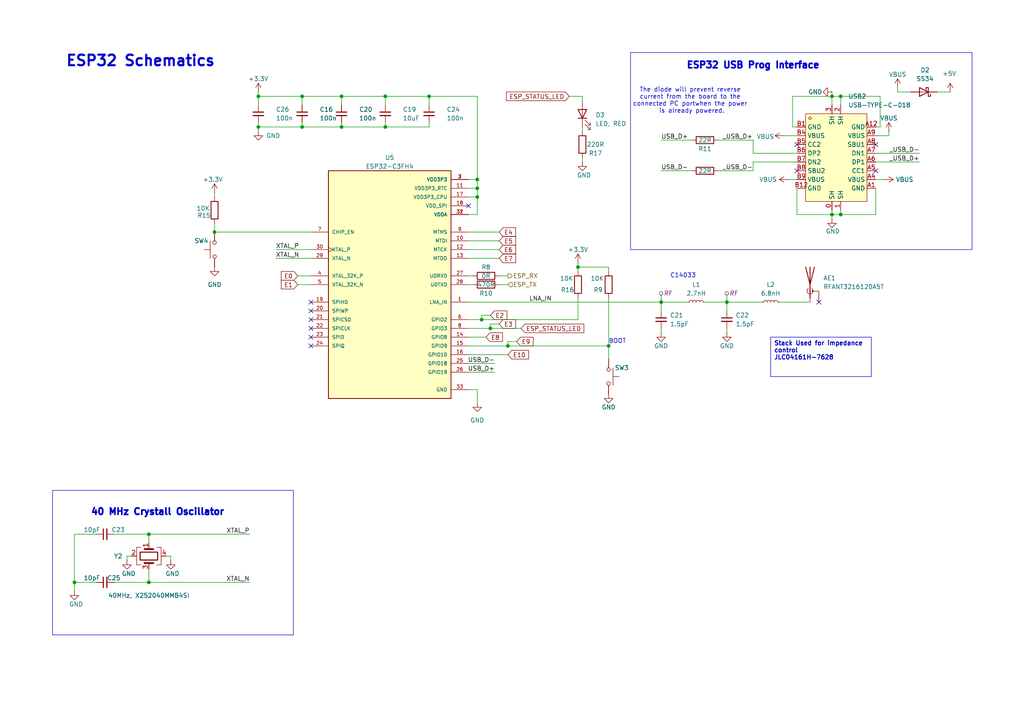
<source format=kicad_sch>
(kicad_sch
	(version 20231120)
	(generator "eeschema")
	(generator_version "8.0")
	(uuid "4cd4c4b0-0b1f-44ab-9f31-21b38aef0fdd")
	(paper "A4")
	(lib_symbols
		(symbol "Device:Antenna_Shield"
			(pin_numbers hide)
			(pin_names
				(offset 1.016) hide)
			(exclude_from_sim no)
			(in_bom yes)
			(on_board yes)
			(property "Reference" "AE"
				(at -1.905 4.445 0)
				(effects
					(font
						(size 1.27 1.27)
					)
					(justify right)
				)
			)
			(property "Value" "Antenna_Shield"
				(at -1.905 2.54 0)
				(effects
					(font
						(size 1.27 1.27)
					)
					(justify right)
				)
			)
			(property "Footprint" ""
				(at 0 2.54 0)
				(effects
					(font
						(size 1.27 1.27)
					)
					(hide yes)
				)
			)
			(property "Datasheet" "~"
				(at 0 2.54 0)
				(effects
					(font
						(size 1.27 1.27)
					)
					(hide yes)
				)
			)
			(property "Description" "Antenna with extra pin for shielding"
				(at 0 0 0)
				(effects
					(font
						(size 1.27 1.27)
					)
					(hide yes)
				)
			)
			(property "ki_keywords" "antenna"
				(at 0 0 0)
				(effects
					(font
						(size 1.27 1.27)
					)
					(hide yes)
				)
			)
			(symbol "Antenna_Shield_0_1"
				(arc
					(start -0.508 -1.143)
					(mid -0.8429 -2.1194)
					(end 0 -2.667)
					(stroke
						(width 0)
						(type default)
					)
					(fill
						(type none)
					)
				)
				(arc
					(start 0 -2.667)
					(mid 0.7989 -2.1052)
					(end 0.508 -1.143)
					(stroke
						(width 0)
						(type default)
					)
					(fill
						(type none)
					)
				)
				(polyline
					(pts
						(xy 0 -2.54) (xy 0 0)
					)
					(stroke
						(width 0)
						(type default)
					)
					(fill
						(type none)
					)
				)
				(polyline
					(pts
						(xy 0 5.08) (xy 0 -3.81)
					)
					(stroke
						(width 0.254)
						(type default)
					)
					(fill
						(type none)
					)
				)
				(polyline
					(pts
						(xy 0.762 -1.905) (xy 2.54 -1.905)
					)
					(stroke
						(width 0)
						(type default)
					)
					(fill
						(type none)
					)
				)
				(polyline
					(pts
						(xy 2.54 -2.54) (xy 2.54 -1.905)
					)
					(stroke
						(width 0)
						(type default)
					)
					(fill
						(type none)
					)
				)
				(polyline
					(pts
						(xy 1.27 5.08) (xy 0 0) (xy -1.27 5.08)
					)
					(stroke
						(width 0.254)
						(type default)
					)
					(fill
						(type none)
					)
				)
				(circle
					(center 0.762 -1.905)
					(radius 0.1778)
					(stroke
						(width 0)
						(type default)
					)
					(fill
						(type outline)
					)
				)
			)
			(symbol "Antenna_Shield_1_1"
				(pin input line
					(at 0 -5.08 90)
					(length 2.54)
					(name "A"
						(effects
							(font
								(size 1.27 1.27)
							)
						)
					)
					(number "1"
						(effects
							(font
								(size 1.27 1.27)
							)
						)
					)
				)
				(pin input line
					(at 2.54 -5.08 90)
					(length 2.54)
					(name "Shield"
						(effects
							(font
								(size 1.27 1.27)
							)
						)
					)
					(number "2"
						(effects
							(font
								(size 1.27 1.27)
							)
						)
					)
				)
			)
		)
		(symbol "Device:C_Small"
			(pin_numbers hide)
			(pin_names
				(offset 0.254) hide)
			(exclude_from_sim no)
			(in_bom yes)
			(on_board yes)
			(property "Reference" "C"
				(at 0.254 1.778 0)
				(effects
					(font
						(size 1.27 1.27)
					)
					(justify left)
				)
			)
			(property "Value" "C_Small"
				(at 0.254 -2.032 0)
				(effects
					(font
						(size 1.27 1.27)
					)
					(justify left)
				)
			)
			(property "Footprint" ""
				(at 0 0 0)
				(effects
					(font
						(size 1.27 1.27)
					)
					(hide yes)
				)
			)
			(property "Datasheet" "~"
				(at 0 0 0)
				(effects
					(font
						(size 1.27 1.27)
					)
					(hide yes)
				)
			)
			(property "Description" "Unpolarized capacitor, small symbol"
				(at 0 0 0)
				(effects
					(font
						(size 1.27 1.27)
					)
					(hide yes)
				)
			)
			(property "ki_keywords" "capacitor cap"
				(at 0 0 0)
				(effects
					(font
						(size 1.27 1.27)
					)
					(hide yes)
				)
			)
			(property "ki_fp_filters" "C_*"
				(at 0 0 0)
				(effects
					(font
						(size 1.27 1.27)
					)
					(hide yes)
				)
			)
			(symbol "C_Small_0_1"
				(polyline
					(pts
						(xy -1.524 -0.508) (xy 1.524 -0.508)
					)
					(stroke
						(width 0.3302)
						(type default)
					)
					(fill
						(type none)
					)
				)
				(polyline
					(pts
						(xy -1.524 0.508) (xy 1.524 0.508)
					)
					(stroke
						(width 0.3048)
						(type default)
					)
					(fill
						(type none)
					)
				)
			)
			(symbol "C_Small_1_1"
				(pin passive line
					(at 0 2.54 270)
					(length 2.032)
					(name "~"
						(effects
							(font
								(size 1.27 1.27)
							)
						)
					)
					(number "1"
						(effects
							(font
								(size 1.27 1.27)
							)
						)
					)
				)
				(pin passive line
					(at 0 -2.54 90)
					(length 2.032)
					(name "~"
						(effects
							(font
								(size 1.27 1.27)
							)
						)
					)
					(number "2"
						(effects
							(font
								(size 1.27 1.27)
							)
						)
					)
				)
			)
		)
		(symbol "Device:Crystal_GND24"
			(pin_names
				(offset 1.016) hide)
			(exclude_from_sim no)
			(in_bom yes)
			(on_board yes)
			(property "Reference" "Y"
				(at 3.175 5.08 0)
				(effects
					(font
						(size 1.27 1.27)
					)
					(justify left)
				)
			)
			(property "Value" "Crystal_GND24"
				(at 3.175 3.175 0)
				(effects
					(font
						(size 1.27 1.27)
					)
					(justify left)
				)
			)
			(property "Footprint" ""
				(at 0 0 0)
				(effects
					(font
						(size 1.27 1.27)
					)
					(hide yes)
				)
			)
			(property "Datasheet" "~"
				(at 0 0 0)
				(effects
					(font
						(size 1.27 1.27)
					)
					(hide yes)
				)
			)
			(property "Description" "Four pin crystal, GND on pins 2 and 4"
				(at 0 0 0)
				(effects
					(font
						(size 1.27 1.27)
					)
					(hide yes)
				)
			)
			(property "ki_keywords" "quartz ceramic resonator oscillator"
				(at 0 0 0)
				(effects
					(font
						(size 1.27 1.27)
					)
					(hide yes)
				)
			)
			(property "ki_fp_filters" "Crystal*"
				(at 0 0 0)
				(effects
					(font
						(size 1.27 1.27)
					)
					(hide yes)
				)
			)
			(symbol "Crystal_GND24_0_1"
				(rectangle
					(start -1.143 2.54)
					(end 1.143 -2.54)
					(stroke
						(width 0.3048)
						(type default)
					)
					(fill
						(type none)
					)
				)
				(polyline
					(pts
						(xy -2.54 0) (xy -2.032 0)
					)
					(stroke
						(width 0)
						(type default)
					)
					(fill
						(type none)
					)
				)
				(polyline
					(pts
						(xy -2.032 -1.27) (xy -2.032 1.27)
					)
					(stroke
						(width 0.508)
						(type default)
					)
					(fill
						(type none)
					)
				)
				(polyline
					(pts
						(xy 0 -3.81) (xy 0 -3.556)
					)
					(stroke
						(width 0)
						(type default)
					)
					(fill
						(type none)
					)
				)
				(polyline
					(pts
						(xy 0 3.556) (xy 0 3.81)
					)
					(stroke
						(width 0)
						(type default)
					)
					(fill
						(type none)
					)
				)
				(polyline
					(pts
						(xy 2.032 -1.27) (xy 2.032 1.27)
					)
					(stroke
						(width 0.508)
						(type default)
					)
					(fill
						(type none)
					)
				)
				(polyline
					(pts
						(xy 2.032 0) (xy 2.54 0)
					)
					(stroke
						(width 0)
						(type default)
					)
					(fill
						(type none)
					)
				)
				(polyline
					(pts
						(xy -2.54 -2.286) (xy -2.54 -3.556) (xy 2.54 -3.556) (xy 2.54 -2.286)
					)
					(stroke
						(width 0)
						(type default)
					)
					(fill
						(type none)
					)
				)
				(polyline
					(pts
						(xy -2.54 2.286) (xy -2.54 3.556) (xy 2.54 3.556) (xy 2.54 2.286)
					)
					(stroke
						(width 0)
						(type default)
					)
					(fill
						(type none)
					)
				)
			)
			(symbol "Crystal_GND24_1_1"
				(pin passive line
					(at -3.81 0 0)
					(length 1.27)
					(name "1"
						(effects
							(font
								(size 1.27 1.27)
							)
						)
					)
					(number "1"
						(effects
							(font
								(size 1.27 1.27)
							)
						)
					)
				)
				(pin passive line
					(at 0 5.08 270)
					(length 1.27)
					(name "2"
						(effects
							(font
								(size 1.27 1.27)
							)
						)
					)
					(number "2"
						(effects
							(font
								(size 1.27 1.27)
							)
						)
					)
				)
				(pin passive line
					(at 3.81 0 180)
					(length 1.27)
					(name "3"
						(effects
							(font
								(size 1.27 1.27)
							)
						)
					)
					(number "3"
						(effects
							(font
								(size 1.27 1.27)
							)
						)
					)
				)
				(pin passive line
					(at 0 -5.08 90)
					(length 1.27)
					(name "4"
						(effects
							(font
								(size 1.27 1.27)
							)
						)
					)
					(number "4"
						(effects
							(font
								(size 1.27 1.27)
							)
						)
					)
				)
			)
		)
		(symbol "Device:D_Schottky"
			(pin_numbers hide)
			(pin_names
				(offset 1.016) hide)
			(exclude_from_sim no)
			(in_bom yes)
			(on_board yes)
			(property "Reference" "D"
				(at 0 2.54 0)
				(effects
					(font
						(size 1.27 1.27)
					)
				)
			)
			(property "Value" "D_Schottky"
				(at 0 -2.54 0)
				(effects
					(font
						(size 1.27 1.27)
					)
				)
			)
			(property "Footprint" ""
				(at 0 0 0)
				(effects
					(font
						(size 1.27 1.27)
					)
					(hide yes)
				)
			)
			(property "Datasheet" "~"
				(at 0 0 0)
				(effects
					(font
						(size 1.27 1.27)
					)
					(hide yes)
				)
			)
			(property "Description" "Schottky diode"
				(at 0 0 0)
				(effects
					(font
						(size 1.27 1.27)
					)
					(hide yes)
				)
			)
			(property "ki_keywords" "diode Schottky"
				(at 0 0 0)
				(effects
					(font
						(size 1.27 1.27)
					)
					(hide yes)
				)
			)
			(property "ki_fp_filters" "TO-???* *_Diode_* *SingleDiode* D_*"
				(at 0 0 0)
				(effects
					(font
						(size 1.27 1.27)
					)
					(hide yes)
				)
			)
			(symbol "D_Schottky_0_1"
				(polyline
					(pts
						(xy 1.27 0) (xy -1.27 0)
					)
					(stroke
						(width 0)
						(type default)
					)
					(fill
						(type none)
					)
				)
				(polyline
					(pts
						(xy 1.27 1.27) (xy 1.27 -1.27) (xy -1.27 0) (xy 1.27 1.27)
					)
					(stroke
						(width 0.254)
						(type default)
					)
					(fill
						(type none)
					)
				)
				(polyline
					(pts
						(xy -1.905 0.635) (xy -1.905 1.27) (xy -1.27 1.27) (xy -1.27 -1.27) (xy -0.635 -1.27) (xy -0.635 -0.635)
					)
					(stroke
						(width 0.254)
						(type default)
					)
					(fill
						(type none)
					)
				)
			)
			(symbol "D_Schottky_1_1"
				(pin passive line
					(at -3.81 0 0)
					(length 2.54)
					(name "K"
						(effects
							(font
								(size 1.27 1.27)
							)
						)
					)
					(number "1"
						(effects
							(font
								(size 1.27 1.27)
							)
						)
					)
				)
				(pin passive line
					(at 3.81 0 180)
					(length 2.54)
					(name "A"
						(effects
							(font
								(size 1.27 1.27)
							)
						)
					)
					(number "2"
						(effects
							(font
								(size 1.27 1.27)
							)
						)
					)
				)
			)
		)
		(symbol "Device:LED"
			(pin_numbers hide)
			(pin_names
				(offset 1.016) hide)
			(exclude_from_sim no)
			(in_bom yes)
			(on_board yes)
			(property "Reference" "D"
				(at 0 2.54 0)
				(effects
					(font
						(size 1.27 1.27)
					)
				)
			)
			(property "Value" "LED"
				(at 0 -2.54 0)
				(effects
					(font
						(size 1.27 1.27)
					)
				)
			)
			(property "Footprint" ""
				(at 0 0 0)
				(effects
					(font
						(size 1.27 1.27)
					)
					(hide yes)
				)
			)
			(property "Datasheet" "~"
				(at 0 0 0)
				(effects
					(font
						(size 1.27 1.27)
					)
					(hide yes)
				)
			)
			(property "Description" "Light emitting diode"
				(at 0 0 0)
				(effects
					(font
						(size 1.27 1.27)
					)
					(hide yes)
				)
			)
			(property "ki_keywords" "LED diode"
				(at 0 0 0)
				(effects
					(font
						(size 1.27 1.27)
					)
					(hide yes)
				)
			)
			(property "ki_fp_filters" "LED* LED_SMD:* LED_THT:*"
				(at 0 0 0)
				(effects
					(font
						(size 1.27 1.27)
					)
					(hide yes)
				)
			)
			(symbol "LED_0_1"
				(polyline
					(pts
						(xy -1.27 -1.27) (xy -1.27 1.27)
					)
					(stroke
						(width 0.254)
						(type default)
					)
					(fill
						(type none)
					)
				)
				(polyline
					(pts
						(xy -1.27 0) (xy 1.27 0)
					)
					(stroke
						(width 0)
						(type default)
					)
					(fill
						(type none)
					)
				)
				(polyline
					(pts
						(xy 1.27 -1.27) (xy 1.27 1.27) (xy -1.27 0) (xy 1.27 -1.27)
					)
					(stroke
						(width 0.254)
						(type default)
					)
					(fill
						(type none)
					)
				)
				(polyline
					(pts
						(xy -3.048 -0.762) (xy -4.572 -2.286) (xy -3.81 -2.286) (xy -4.572 -2.286) (xy -4.572 -1.524)
					)
					(stroke
						(width 0)
						(type default)
					)
					(fill
						(type none)
					)
				)
				(polyline
					(pts
						(xy -1.778 -0.762) (xy -3.302 -2.286) (xy -2.54 -2.286) (xy -3.302 -2.286) (xy -3.302 -1.524)
					)
					(stroke
						(width 0)
						(type default)
					)
					(fill
						(type none)
					)
				)
			)
			(symbol "LED_1_1"
				(pin passive line
					(at -3.81 0 0)
					(length 2.54)
					(name "K"
						(effects
							(font
								(size 1.27 1.27)
							)
						)
					)
					(number "1"
						(effects
							(font
								(size 1.27 1.27)
							)
						)
					)
				)
				(pin passive line
					(at 3.81 0 180)
					(length 2.54)
					(name "A"
						(effects
							(font
								(size 1.27 1.27)
							)
						)
					)
					(number "2"
						(effects
							(font
								(size 1.27 1.27)
							)
						)
					)
				)
			)
		)
		(symbol "Device:L_Small"
			(pin_numbers hide)
			(pin_names
				(offset 0.254) hide)
			(exclude_from_sim no)
			(in_bom yes)
			(on_board yes)
			(property "Reference" "L"
				(at 0.762 1.016 0)
				(effects
					(font
						(size 1.27 1.27)
					)
					(justify left)
				)
			)
			(property "Value" "L_Small"
				(at 0.762 -1.016 0)
				(effects
					(font
						(size 1.27 1.27)
					)
					(justify left)
				)
			)
			(property "Footprint" ""
				(at 0 0 0)
				(effects
					(font
						(size 1.27 1.27)
					)
					(hide yes)
				)
			)
			(property "Datasheet" "~"
				(at 0 0 0)
				(effects
					(font
						(size 1.27 1.27)
					)
					(hide yes)
				)
			)
			(property "Description" "Inductor, small symbol"
				(at 0 0 0)
				(effects
					(font
						(size 1.27 1.27)
					)
					(hide yes)
				)
			)
			(property "ki_keywords" "inductor choke coil reactor magnetic"
				(at 0 0 0)
				(effects
					(font
						(size 1.27 1.27)
					)
					(hide yes)
				)
			)
			(property "ki_fp_filters" "Choke_* *Coil* Inductor_* L_*"
				(at 0 0 0)
				(effects
					(font
						(size 1.27 1.27)
					)
					(hide yes)
				)
			)
			(symbol "L_Small_0_1"
				(arc
					(start 0 -2.032)
					(mid 0.5058 -1.524)
					(end 0 -1.016)
					(stroke
						(width 0)
						(type default)
					)
					(fill
						(type none)
					)
				)
				(arc
					(start 0 -1.016)
					(mid 0.5058 -0.508)
					(end 0 0)
					(stroke
						(width 0)
						(type default)
					)
					(fill
						(type none)
					)
				)
				(arc
					(start 0 0)
					(mid 0.5058 0.508)
					(end 0 1.016)
					(stroke
						(width 0)
						(type default)
					)
					(fill
						(type none)
					)
				)
				(arc
					(start 0 1.016)
					(mid 0.5058 1.524)
					(end 0 2.032)
					(stroke
						(width 0)
						(type default)
					)
					(fill
						(type none)
					)
				)
			)
			(symbol "L_Small_1_1"
				(pin passive line
					(at 0 2.54 270)
					(length 0.508)
					(name "~"
						(effects
							(font
								(size 1.27 1.27)
							)
						)
					)
					(number "1"
						(effects
							(font
								(size 1.27 1.27)
							)
						)
					)
				)
				(pin passive line
					(at 0 -2.54 90)
					(length 0.508)
					(name "~"
						(effects
							(font
								(size 1.27 1.27)
							)
						)
					)
					(number "2"
						(effects
							(font
								(size 1.27 1.27)
							)
						)
					)
				)
			)
		)
		(symbol "Device:R"
			(pin_numbers hide)
			(pin_names
				(offset 0)
			)
			(exclude_from_sim no)
			(in_bom yes)
			(on_board yes)
			(property "Reference" "R"
				(at 2.032 0 90)
				(effects
					(font
						(size 1.27 1.27)
					)
				)
			)
			(property "Value" "R"
				(at 0 0 90)
				(effects
					(font
						(size 1.27 1.27)
					)
				)
			)
			(property "Footprint" ""
				(at -1.778 0 90)
				(effects
					(font
						(size 1.27 1.27)
					)
					(hide yes)
				)
			)
			(property "Datasheet" "~"
				(at 0 0 0)
				(effects
					(font
						(size 1.27 1.27)
					)
					(hide yes)
				)
			)
			(property "Description" "Resistor"
				(at 0 0 0)
				(effects
					(font
						(size 1.27 1.27)
					)
					(hide yes)
				)
			)
			(property "ki_keywords" "R res resistor"
				(at 0 0 0)
				(effects
					(font
						(size 1.27 1.27)
					)
					(hide yes)
				)
			)
			(property "ki_fp_filters" "R_*"
				(at 0 0 0)
				(effects
					(font
						(size 1.27 1.27)
					)
					(hide yes)
				)
			)
			(symbol "R_0_1"
				(rectangle
					(start -1.016 -2.54)
					(end 1.016 2.54)
					(stroke
						(width 0.254)
						(type default)
					)
					(fill
						(type none)
					)
				)
			)
			(symbol "R_1_1"
				(pin passive line
					(at 0 3.81 270)
					(length 1.27)
					(name "~"
						(effects
							(font
								(size 1.27 1.27)
							)
						)
					)
					(number "1"
						(effects
							(font
								(size 1.27 1.27)
							)
						)
					)
				)
				(pin passive line
					(at 0 -3.81 90)
					(length 1.27)
					(name "~"
						(effects
							(font
								(size 1.27 1.27)
							)
						)
					)
					(number "2"
						(effects
							(font
								(size 1.27 1.27)
							)
						)
					)
				)
			)
		)
		(symbol "External_Library:ESP32-C3FH4"
			(pin_names
				(offset 1.016)
			)
			(exclude_from_sim no)
			(in_bom yes)
			(on_board yes)
			(property "Reference" "U"
				(at -17.78 33.782 0)
				(effects
					(font
						(size 1.27 1.27)
					)
					(justify left bottom)
				)
			)
			(property "Value" "ESP32-C3FH4"
				(at -17.78 -33.782 0)
				(effects
					(font
						(size 1.27 1.27)
					)
					(justify left top)
				)
			)
			(property "Footprint" "External_Library:ESP32-C3FH4"
				(at 0 0 0)
				(effects
					(font
						(size 1.27 1.27)
					)
					(justify bottom)
					(hide yes)
				)
			)
			(property "Datasheet" "https://eu.mouser.com/datasheet/2/891/esp32_c3_datasheet_en-1989865.pdf"
				(at 0 0 0)
				(effects
					(font
						(size 1.27 1.27)
					)
					(hide yes)
				)
			)
			(property "Description" "Bluetooth, WiFi 802.11b/g/n, Bluetooth v5.0 Transceiver Module 2.402GHz ~ 2.48GHz Antenna Not Included Surface Mount"
				(at 0 0 0)
				(effects
					(font
						(size 1.27 1.27)
					)
					(hide yes)
				)
			)
			(property "MPN" "ESP32-C3FH4"
				(at 0 0 0)
				(effects
					(font
						(size 1.27 1.27)
					)
					(justify bottom)
					(hide yes)
				)
			)
			(symbol "ESP32-C3FH4_0_0"
				(rectangle
					(start -17.78 -33.02)
					(end 17.78 33.02)
					(stroke
						(width 0.254)
						(type default)
					)
					(fill
						(type background)
					)
				)
				(pin bidirectional line
					(at 22.86 -5.08 180)
					(length 5.08)
					(name "LNA_IN"
						(effects
							(font
								(size 1.016 1.016)
							)
						)
					)
					(number "1"
						(effects
							(font
								(size 1.016 1.016)
							)
						)
					)
				)
				(pin bidirectional line
					(at 22.86 12.7 180)
					(length 5.08)
					(name "MTDI"
						(effects
							(font
								(size 1.016 1.016)
							)
						)
					)
					(number "10"
						(effects
							(font
								(size 1.016 1.016)
							)
						)
					)
				)
				(pin power_in line
					(at 22.86 27.94 180)
					(length 5.08)
					(name "VDD3P3_RTC"
						(effects
							(font
								(size 1.016 1.016)
							)
						)
					)
					(number "11"
						(effects
							(font
								(size 1.016 1.016)
							)
						)
					)
				)
				(pin bidirectional line
					(at 22.86 10.16 180)
					(length 5.08)
					(name "MTCK"
						(effects
							(font
								(size 1.016 1.016)
							)
						)
					)
					(number "12"
						(effects
							(font
								(size 1.016 1.016)
							)
						)
					)
				)
				(pin bidirectional line
					(at 22.86 7.62 180)
					(length 5.08)
					(name "MTDO"
						(effects
							(font
								(size 1.016 1.016)
							)
						)
					)
					(number "13"
						(effects
							(font
								(size 1.016 1.016)
							)
						)
					)
				)
				(pin bidirectional line
					(at 22.86 -15.24 180)
					(length 5.08)
					(name "GPIO8"
						(effects
							(font
								(size 1.016 1.016)
							)
						)
					)
					(number "14"
						(effects
							(font
								(size 1.016 1.016)
							)
						)
					)
				)
				(pin bidirectional line
					(at 22.86 -17.78 180)
					(length 5.08)
					(name "GPIO9"
						(effects
							(font
								(size 1.016 1.016)
							)
						)
					)
					(number "15"
						(effects
							(font
								(size 1.016 1.016)
							)
						)
					)
				)
				(pin bidirectional line
					(at 22.86 -20.32 180)
					(length 5.08)
					(name "GPIO10"
						(effects
							(font
								(size 1.016 1.016)
							)
						)
					)
					(number "16"
						(effects
							(font
								(size 1.016 1.016)
							)
						)
					)
				)
				(pin power_in line
					(at 22.86 25.4 180)
					(length 5.08)
					(name "VDD3P3_CPU"
						(effects
							(font
								(size 1.016 1.016)
							)
						)
					)
					(number "17"
						(effects
							(font
								(size 1.016 1.016)
							)
						)
					)
				)
				(pin power_in line
					(at 22.86 22.86 180)
					(length 5.08)
					(name "VDD_SPI"
						(effects
							(font
								(size 1.016 1.016)
							)
						)
					)
					(number "18"
						(effects
							(font
								(size 1.016 1.016)
							)
						)
					)
				)
				(pin bidirectional line
					(at -22.86 -5.08 0)
					(length 5.08)
					(name "SPIHD"
						(effects
							(font
								(size 1.016 1.016)
							)
						)
					)
					(number "19"
						(effects
							(font
								(size 1.016 1.016)
							)
						)
					)
				)
				(pin power_in line
					(at 22.86 30.48 180)
					(length 5.08)
					(name "VDD3P3"
						(effects
							(font
								(size 1.016 1.016)
							)
						)
					)
					(number "2"
						(effects
							(font
								(size 1.016 1.016)
							)
						)
					)
				)
				(pin bidirectional line
					(at -22.86 -7.62 0)
					(length 5.08)
					(name "SPIWP"
						(effects
							(font
								(size 1.016 1.016)
							)
						)
					)
					(number "20"
						(effects
							(font
								(size 1.016 1.016)
							)
						)
					)
				)
				(pin bidirectional line
					(at -22.86 -10.16 0)
					(length 5.08)
					(name "SPICS0"
						(effects
							(font
								(size 1.016 1.016)
							)
						)
					)
					(number "21"
						(effects
							(font
								(size 1.016 1.016)
							)
						)
					)
				)
				(pin bidirectional line
					(at -22.86 -12.7 0)
					(length 5.08)
					(name "SPICLK"
						(effects
							(font
								(size 1.016 1.016)
							)
						)
					)
					(number "22"
						(effects
							(font
								(size 1.016 1.016)
							)
						)
					)
				)
				(pin bidirectional line
					(at -22.86 -15.24 0)
					(length 5.08)
					(name "SPID"
						(effects
							(font
								(size 1.016 1.016)
							)
						)
					)
					(number "23"
						(effects
							(font
								(size 1.016 1.016)
							)
						)
					)
				)
				(pin bidirectional line
					(at -22.86 -17.78 0)
					(length 5.08)
					(name "SPIQ"
						(effects
							(font
								(size 1.016 1.016)
							)
						)
					)
					(number "24"
						(effects
							(font
								(size 1.016 1.016)
							)
						)
					)
				)
				(pin bidirectional line
					(at 22.86 -22.86 180)
					(length 5.08)
					(name "GPIO18"
						(effects
							(font
								(size 1.016 1.016)
							)
						)
					)
					(number "25"
						(effects
							(font
								(size 1.016 1.016)
							)
						)
					)
				)
				(pin bidirectional line
					(at 22.86 -25.4 180)
					(length 5.08)
					(name "GPIO19"
						(effects
							(font
								(size 1.016 1.016)
							)
						)
					)
					(number "26"
						(effects
							(font
								(size 1.016 1.016)
							)
						)
					)
				)
				(pin bidirectional line
					(at 22.86 2.54 180)
					(length 5.08)
					(name "U0RXD"
						(effects
							(font
								(size 1.016 1.016)
							)
						)
					)
					(number "27"
						(effects
							(font
								(size 1.016 1.016)
							)
						)
					)
				)
				(pin bidirectional line
					(at 22.86 0 180)
					(length 5.08)
					(name "U0TXD"
						(effects
							(font
								(size 1.016 1.016)
							)
						)
					)
					(number "28"
						(effects
							(font
								(size 1.016 1.016)
							)
						)
					)
				)
				(pin output line
					(at -22.86 7.62 0)
					(length 5.08)
					(name "XTAL_N"
						(effects
							(font
								(size 1.016 1.016)
							)
						)
					)
					(number "29"
						(effects
							(font
								(size 1.016 1.016)
							)
						)
					)
				)
				(pin power_in line
					(at 22.86 30.48 180)
					(length 5.08)
					(name "VDD3P3"
						(effects
							(font
								(size 1.016 1.016)
							)
						)
					)
					(number "3"
						(effects
							(font
								(size 1.016 1.016)
							)
						)
					)
				)
				(pin input clock
					(at -22.86 10.16 0)
					(length 5.08)
					(name "XTAL_P"
						(effects
							(font
								(size 1.016 1.016)
							)
						)
					)
					(number "30"
						(effects
							(font
								(size 1.016 1.016)
							)
						)
					)
				)
				(pin power_in line
					(at 22.86 20.32 180)
					(length 5.08)
					(name "VDDA"
						(effects
							(font
								(size 1.016 1.016)
							)
						)
					)
					(number "31"
						(effects
							(font
								(size 1.016 1.016)
							)
						)
					)
				)
				(pin power_in line
					(at 22.86 20.32 180)
					(length 5.08)
					(name "VDDA"
						(effects
							(font
								(size 1.016 1.016)
							)
						)
					)
					(number "32"
						(effects
							(font
								(size 1.016 1.016)
							)
						)
					)
				)
				(pin power_in line
					(at 22.86 -30.48 180)
					(length 5.08)
					(name "GND"
						(effects
							(font
								(size 1.016 1.016)
							)
						)
					)
					(number "33"
						(effects
							(font
								(size 1.016 1.016)
							)
						)
					)
				)
				(pin bidirectional line
					(at -22.86 2.54 0)
					(length 5.08)
					(name "XTAL_32K_P"
						(effects
							(font
								(size 1.016 1.016)
							)
						)
					)
					(number "4"
						(effects
							(font
								(size 1.016 1.016)
							)
						)
					)
				)
				(pin bidirectional line
					(at -22.86 0 0)
					(length 5.08)
					(name "XTAL_32K_N"
						(effects
							(font
								(size 1.016 1.016)
							)
						)
					)
					(number "5"
						(effects
							(font
								(size 1.016 1.016)
							)
						)
					)
				)
				(pin bidirectional line
					(at 22.86 -10.16 180)
					(length 5.08)
					(name "GPIO2"
						(effects
							(font
								(size 1.016 1.016)
							)
						)
					)
					(number "6"
						(effects
							(font
								(size 1.016 1.016)
							)
						)
					)
				)
				(pin input line
					(at -22.86 15.24 0)
					(length 5.08)
					(name "CHIP_EN"
						(effects
							(font
								(size 1.016 1.016)
							)
						)
					)
					(number "7"
						(effects
							(font
								(size 1.016 1.016)
							)
						)
					)
				)
				(pin bidirectional line
					(at 22.86 -12.7 180)
					(length 5.08)
					(name "GPIO3"
						(effects
							(font
								(size 1.016 1.016)
							)
						)
					)
					(number "8"
						(effects
							(font
								(size 1.016 1.016)
							)
						)
					)
				)
				(pin bidirectional line
					(at 22.86 15.24 180)
					(length 5.08)
					(name "MTMS"
						(effects
							(font
								(size 1.016 1.016)
							)
						)
					)
					(number "9"
						(effects
							(font
								(size 1.016 1.016)
							)
						)
					)
				)
			)
		)
		(symbol "External_Library:USB-TYPE-C-018"
			(exclude_from_sim no)
			(in_bom yes)
			(on_board yes)
			(property "Reference" "USB2"
				(at 3.4641 17.78 0)
				(effects
					(font
						(size 1.27 1.27)
					)
					(justify left)
				)
			)
			(property "Value" "USB-TYPE-C-018"
				(at 3.4641 15.24 0)
				(effects
					(font
						(size 1.27 1.27)
					)
					(justify left)
				)
			)
			(property "Footprint" "External_Library:USB-C_SMD-TYPE-C-31-M-12"
				(at 0 -22.86 0)
				(effects
					(font
						(size 1.27 1.27)
					)
					(hide yes)
				)
			)
			(property "Datasheet" ""
				(at 0 0 0)
				(effects
					(font
						(size 1.27 1.27)
					)
					(hide yes)
				)
			)
			(property "Description" ""
				(at 0 0 0)
				(effects
					(font
						(size 1.27 1.27)
					)
					(hide yes)
				)
			)
			(property "LCSC Part" "C2927038"
				(at 0 -25.4 0)
				(effects
					(font
						(size 1.27 1.27)
					)
					(hide yes)
				)
			)
			(symbol "USB-TYPE-C-018_0_1"
				(rectangle
					(start -8.89 12.7)
					(end 8.89 -12.7)
					(stroke
						(width 0)
						(type default)
					)
					(fill
						(type background)
					)
				)
				(circle
					(center -7.62 11.43)
					(radius 0.38)
					(stroke
						(width 0)
						(type default)
					)
					(fill
						(type none)
					)
				)
				(pin unspecified line
					(at -1.27 -15.24 90)
					(length 2.54)
					(name "SH"
						(effects
							(font
								(size 1.27 1.27)
							)
						)
					)
					(number "0"
						(effects
							(font
								(size 1.27 1.27)
							)
						)
					)
				)
				(pin unspecified line
					(at 1.27 15.24 270)
					(length 2.54)
					(name "SH"
						(effects
							(font
								(size 1.27 1.27)
							)
						)
					)
					(number "2"
						(effects
							(font
								(size 1.27 1.27)
							)
						)
					)
				)
				(pin unspecified line
					(at -1.27 15.24 270)
					(length 2.54)
					(name "SH"
						(effects
							(font
								(size 1.27 1.27)
							)
						)
					)
					(number "3"
						(effects
							(font
								(size 1.27 1.27)
							)
						)
					)
				)
				(pin unspecified line
					(at 11.43 -8.89 180)
					(length 2.54)
					(name "GND"
						(effects
							(font
								(size 1.27 1.27)
							)
						)
					)
					(number "A1"
						(effects
							(font
								(size 1.27 1.27)
							)
						)
					)
				)
				(pin unspecified line
					(at 11.43 8.89 180)
					(length 2.54)
					(name "GND"
						(effects
							(font
								(size 1.27 1.27)
							)
						)
					)
					(number "A12"
						(effects
							(font
								(size 1.27 1.27)
							)
						)
					)
				)
				(pin unspecified line
					(at 11.43 -6.35 180)
					(length 2.54)
					(name "VBUS"
						(effects
							(font
								(size 1.27 1.27)
							)
						)
					)
					(number "A4"
						(effects
							(font
								(size 1.27 1.27)
							)
						)
					)
				)
				(pin unspecified line
					(at 11.43 -3.81 180)
					(length 2.54)
					(name "CC1"
						(effects
							(font
								(size 1.27 1.27)
							)
						)
					)
					(number "A5"
						(effects
							(font
								(size 1.27 1.27)
							)
						)
					)
				)
				(pin unspecified line
					(at 11.43 -1.27 180)
					(length 2.54)
					(name "DP1"
						(effects
							(font
								(size 1.27 1.27)
							)
						)
					)
					(number "A6"
						(effects
							(font
								(size 1.27 1.27)
							)
						)
					)
				)
				(pin unspecified line
					(at 11.43 1.27 180)
					(length 2.54)
					(name "DN1"
						(effects
							(font
								(size 1.27 1.27)
							)
						)
					)
					(number "A7"
						(effects
							(font
								(size 1.27 1.27)
							)
						)
					)
				)
				(pin unspecified line
					(at 11.43 3.81 180)
					(length 2.54)
					(name "SBU1"
						(effects
							(font
								(size 1.27 1.27)
							)
						)
					)
					(number "A8"
						(effects
							(font
								(size 1.27 1.27)
							)
						)
					)
				)
				(pin unspecified line
					(at 11.43 6.35 180)
					(length 2.54)
					(name "VBUS"
						(effects
							(font
								(size 1.27 1.27)
							)
						)
					)
					(number "A9"
						(effects
							(font
								(size 1.27 1.27)
							)
						)
					)
				)
				(pin unspecified line
					(at -11.43 8.89 0)
					(length 2.54)
					(name "GND"
						(effects
							(font
								(size 1.27 1.27)
							)
						)
					)
					(number "B1"
						(effects
							(font
								(size 1.27 1.27)
							)
						)
					)
				)
				(pin unspecified line
					(at -11.43 -8.89 0)
					(length 2.54)
					(name "GND"
						(effects
							(font
								(size 1.27 1.27)
							)
						)
					)
					(number "B12"
						(effects
							(font
								(size 1.27 1.27)
							)
						)
					)
				)
				(pin unspecified line
					(at -11.43 6.35 0)
					(length 2.54)
					(name "VBUS"
						(effects
							(font
								(size 1.27 1.27)
							)
						)
					)
					(number "B4"
						(effects
							(font
								(size 1.27 1.27)
							)
						)
					)
				)
				(pin unspecified line
					(at -11.43 3.81 0)
					(length 2.54)
					(name "CC2"
						(effects
							(font
								(size 1.27 1.27)
							)
						)
					)
					(number "B5"
						(effects
							(font
								(size 1.27 1.27)
							)
						)
					)
				)
				(pin unspecified line
					(at -11.43 1.27 0)
					(length 2.54)
					(name "DP2"
						(effects
							(font
								(size 1.27 1.27)
							)
						)
					)
					(number "B6"
						(effects
							(font
								(size 1.27 1.27)
							)
						)
					)
				)
				(pin unspecified line
					(at -11.43 -1.27 0)
					(length 2.54)
					(name "DN2"
						(effects
							(font
								(size 1.27 1.27)
							)
						)
					)
					(number "B7"
						(effects
							(font
								(size 1.27 1.27)
							)
						)
					)
				)
				(pin unspecified line
					(at -11.43 -3.81 0)
					(length 2.54)
					(name "SBU2"
						(effects
							(font
								(size 1.27 1.27)
							)
						)
					)
					(number "B8"
						(effects
							(font
								(size 1.27 1.27)
							)
						)
					)
				)
				(pin unspecified line
					(at -11.43 -6.35 0)
					(length 2.54)
					(name "VBUS"
						(effects
							(font
								(size 1.27 1.27)
							)
						)
					)
					(number "B9"
						(effects
							(font
								(size 1.27 1.27)
							)
						)
					)
				)
			)
			(symbol "USB-TYPE-C-018_1_1"
				(pin unspecified line
					(at 1.27 -15.24 90)
					(length 2.54)
					(name "SH"
						(effects
							(font
								(size 1.27 1.27)
							)
						)
					)
					(number "1"
						(effects
							(font
								(size 1.27 1.27)
							)
						)
					)
				)
			)
		)
		(symbol "Switch:SW_Push"
			(pin_numbers hide)
			(pin_names
				(offset 1.016) hide)
			(exclude_from_sim no)
			(in_bom yes)
			(on_board yes)
			(property "Reference" "SW"
				(at 1.27 2.54 0)
				(effects
					(font
						(size 1.27 1.27)
					)
					(justify left)
				)
			)
			(property "Value" "SW_Push"
				(at 0 -1.524 0)
				(effects
					(font
						(size 1.27 1.27)
					)
				)
			)
			(property "Footprint" ""
				(at 0 5.08 0)
				(effects
					(font
						(size 1.27 1.27)
					)
					(hide yes)
				)
			)
			(property "Datasheet" "~"
				(at 0 5.08 0)
				(effects
					(font
						(size 1.27 1.27)
					)
					(hide yes)
				)
			)
			(property "Description" "Push button switch, generic, two pins"
				(at 0 0 0)
				(effects
					(font
						(size 1.27 1.27)
					)
					(hide yes)
				)
			)
			(property "ki_keywords" "switch normally-open pushbutton push-button"
				(at 0 0 0)
				(effects
					(font
						(size 1.27 1.27)
					)
					(hide yes)
				)
			)
			(symbol "SW_Push_0_1"
				(circle
					(center -2.032 0)
					(radius 0.508)
					(stroke
						(width 0)
						(type default)
					)
					(fill
						(type none)
					)
				)
				(polyline
					(pts
						(xy 0 1.27) (xy 0 3.048)
					)
					(stroke
						(width 0)
						(type default)
					)
					(fill
						(type none)
					)
				)
				(polyline
					(pts
						(xy 2.54 1.27) (xy -2.54 1.27)
					)
					(stroke
						(width 0)
						(type default)
					)
					(fill
						(type none)
					)
				)
				(circle
					(center 2.032 0)
					(radius 0.508)
					(stroke
						(width 0)
						(type default)
					)
					(fill
						(type none)
					)
				)
				(pin passive line
					(at -5.08 0 0)
					(length 2.54)
					(name "1"
						(effects
							(font
								(size 1.27 1.27)
							)
						)
					)
					(number "1"
						(effects
							(font
								(size 1.27 1.27)
							)
						)
					)
				)
				(pin passive line
					(at 5.08 0 180)
					(length 2.54)
					(name "2"
						(effects
							(font
								(size 1.27 1.27)
							)
						)
					)
					(number "2"
						(effects
							(font
								(size 1.27 1.27)
							)
						)
					)
				)
			)
		)
		(symbol "power:+3.3V"
			(power)
			(pin_numbers hide)
			(pin_names
				(offset 0) hide)
			(exclude_from_sim no)
			(in_bom yes)
			(on_board yes)
			(property "Reference" "#PWR"
				(at 0 -3.81 0)
				(effects
					(font
						(size 1.27 1.27)
					)
					(hide yes)
				)
			)
			(property "Value" "+3.3V"
				(at 0 3.556 0)
				(effects
					(font
						(size 1.27 1.27)
					)
				)
			)
			(property "Footprint" ""
				(at 0 0 0)
				(effects
					(font
						(size 1.27 1.27)
					)
					(hide yes)
				)
			)
			(property "Datasheet" ""
				(at 0 0 0)
				(effects
					(font
						(size 1.27 1.27)
					)
					(hide yes)
				)
			)
			(property "Description" "Power symbol creates a global label with name \"+3.3V\""
				(at 0 0 0)
				(effects
					(font
						(size 1.27 1.27)
					)
					(hide yes)
				)
			)
			(property "ki_keywords" "global power"
				(at 0 0 0)
				(effects
					(font
						(size 1.27 1.27)
					)
					(hide yes)
				)
			)
			(symbol "+3.3V_0_1"
				(polyline
					(pts
						(xy -0.762 1.27) (xy 0 2.54)
					)
					(stroke
						(width 0)
						(type default)
					)
					(fill
						(type none)
					)
				)
				(polyline
					(pts
						(xy 0 0) (xy 0 2.54)
					)
					(stroke
						(width 0)
						(type default)
					)
					(fill
						(type none)
					)
				)
				(polyline
					(pts
						(xy 0 2.54) (xy 0.762 1.27)
					)
					(stroke
						(width 0)
						(type default)
					)
					(fill
						(type none)
					)
				)
			)
			(symbol "+3.3V_1_1"
				(pin power_in line
					(at 0 0 90)
					(length 0)
					(name "~"
						(effects
							(font
								(size 1.27 1.27)
							)
						)
					)
					(number "1"
						(effects
							(font
								(size 1.27 1.27)
							)
						)
					)
				)
			)
		)
		(symbol "power:+5V"
			(power)
			(pin_numbers hide)
			(pin_names
				(offset 0) hide)
			(exclude_from_sim no)
			(in_bom yes)
			(on_board yes)
			(property "Reference" "#PWR"
				(at 0 -3.81 0)
				(effects
					(font
						(size 1.27 1.27)
					)
					(hide yes)
				)
			)
			(property "Value" "+5V"
				(at 0 3.556 0)
				(effects
					(font
						(size 1.27 1.27)
					)
				)
			)
			(property "Footprint" ""
				(at 0 0 0)
				(effects
					(font
						(size 1.27 1.27)
					)
					(hide yes)
				)
			)
			(property "Datasheet" ""
				(at 0 0 0)
				(effects
					(font
						(size 1.27 1.27)
					)
					(hide yes)
				)
			)
			(property "Description" "Power symbol creates a global label with name \"+5V\""
				(at 0 0 0)
				(effects
					(font
						(size 1.27 1.27)
					)
					(hide yes)
				)
			)
			(property "ki_keywords" "global power"
				(at 0 0 0)
				(effects
					(font
						(size 1.27 1.27)
					)
					(hide yes)
				)
			)
			(symbol "+5V_0_1"
				(polyline
					(pts
						(xy -0.762 1.27) (xy 0 2.54)
					)
					(stroke
						(width 0)
						(type default)
					)
					(fill
						(type none)
					)
				)
				(polyline
					(pts
						(xy 0 0) (xy 0 2.54)
					)
					(stroke
						(width 0)
						(type default)
					)
					(fill
						(type none)
					)
				)
				(polyline
					(pts
						(xy 0 2.54) (xy 0.762 1.27)
					)
					(stroke
						(width 0)
						(type default)
					)
					(fill
						(type none)
					)
				)
			)
			(symbol "+5V_1_1"
				(pin power_in line
					(at 0 0 90)
					(length 0)
					(name "~"
						(effects
							(font
								(size 1.27 1.27)
							)
						)
					)
					(number "1"
						(effects
							(font
								(size 1.27 1.27)
							)
						)
					)
				)
			)
		)
		(symbol "power:GND"
			(power)
			(pin_numbers hide)
			(pin_names
				(offset 0) hide)
			(exclude_from_sim no)
			(in_bom yes)
			(on_board yes)
			(property "Reference" "#PWR"
				(at 0 -6.35 0)
				(effects
					(font
						(size 1.27 1.27)
					)
					(hide yes)
				)
			)
			(property "Value" "GND"
				(at 0 -3.81 0)
				(effects
					(font
						(size 1.27 1.27)
					)
				)
			)
			(property "Footprint" ""
				(at 0 0 0)
				(effects
					(font
						(size 1.27 1.27)
					)
					(hide yes)
				)
			)
			(property "Datasheet" ""
				(at 0 0 0)
				(effects
					(font
						(size 1.27 1.27)
					)
					(hide yes)
				)
			)
			(property "Description" "Power symbol creates a global label with name \"GND\" , ground"
				(at 0 0 0)
				(effects
					(font
						(size 1.27 1.27)
					)
					(hide yes)
				)
			)
			(property "ki_keywords" "global power"
				(at 0 0 0)
				(effects
					(font
						(size 1.27 1.27)
					)
					(hide yes)
				)
			)
			(symbol "GND_0_1"
				(polyline
					(pts
						(xy 0 0) (xy 0 -1.27) (xy 1.27 -1.27) (xy 0 -2.54) (xy -1.27 -1.27) (xy 0 -1.27)
					)
					(stroke
						(width 0)
						(type default)
					)
					(fill
						(type none)
					)
				)
			)
			(symbol "GND_1_1"
				(pin power_in line
					(at 0 0 270)
					(length 0)
					(name "~"
						(effects
							(font
								(size 1.27 1.27)
							)
						)
					)
					(number "1"
						(effects
							(font
								(size 1.27 1.27)
							)
						)
					)
				)
			)
		)
	)
	(junction
		(at 99.06 27.94)
		(diameter 0)
		(color 0 0 0 0)
		(uuid "0fc2e65f-cc7d-4830-9320-3cec06b4d6a1")
	)
	(junction
		(at 243.84 62.23)
		(diameter 0)
		(color 0 0 0 0)
		(uuid "1a02ac2a-72f1-45e4-b9ff-8f2faf02038e")
	)
	(junction
		(at 147.32 100.33)
		(diameter 0)
		(color 0 0 0 0)
		(uuid "1cd67ea1-ceaa-44f2-9d6f-cacb7bc3fe06")
	)
	(junction
		(at 138.43 57.15)
		(diameter 0)
		(color 0 0 0 0)
		(uuid "37dc8154-bf0d-449d-a495-9dbe6d7244bb")
	)
	(junction
		(at 111.76 27.94)
		(diameter 0)
		(color 0 0 0 0)
		(uuid "43b3c040-0e07-48fa-8c5d-81e61e17d21a")
	)
	(junction
		(at 111.76 36.83)
		(diameter 0)
		(color 0 0 0 0)
		(uuid "47cdc72f-ce6a-4728-9d20-4382225ce19e")
	)
	(junction
		(at 87.63 36.83)
		(diameter 0)
		(color 0 0 0 0)
		(uuid "4fedd717-8aa5-47f2-a2cc-2222595d6d83")
	)
	(junction
		(at 138.43 52.07)
		(diameter 0)
		(color 0 0 0 0)
		(uuid "5774bee7-1cb1-4ea3-9f03-35a5431980df")
	)
	(junction
		(at 124.46 27.94)
		(diameter 0)
		(color 0 0 0 0)
		(uuid "5f346802-4777-421e-8ffb-e39fde7e262d")
	)
	(junction
		(at 241.3 27.94)
		(diameter 0)
		(color 0 0 0 0)
		(uuid "61f69ce0-ecc7-40fd-9272-0784a951d6eb")
	)
	(junction
		(at 62.23 67.31)
		(diameter 0)
		(color 0 0 0 0)
		(uuid "750fe368-008b-400c-a851-98462f70940a")
	)
	(junction
		(at 99.06 36.83)
		(diameter 0)
		(color 0 0 0 0)
		(uuid "865e0043-ccb9-4169-96f3-57f2d500c305")
	)
	(junction
		(at 139.7 92.71)
		(diameter 0)
		(color 0 0 0 0)
		(uuid "99d40ee9-a21b-4b86-bb16-642b4582f6e3")
	)
	(junction
		(at 138.43 54.61)
		(diameter 0)
		(color 0 0 0 0)
		(uuid "9a941d7e-200e-46d0-8514-a52a945ea767")
	)
	(junction
		(at 43.18 168.91)
		(diameter 0)
		(color 0 0 0 0)
		(uuid "9ca67a11-edf1-4d53-a247-33b4f7aacfc7")
	)
	(junction
		(at 142.24 95.25)
		(diameter 0)
		(color 0 0 0 0)
		(uuid "a39a4e1a-ee4d-49c9-be48-bbf302c367a4")
	)
	(junction
		(at 167.64 77.47)
		(diameter 0)
		(color 0 0 0 0)
		(uuid "a7319709-e40c-4eff-afe9-e521cbf3c589")
	)
	(junction
		(at 191.77 87.63)
		(diameter 0)
		(color 0 0 0 0)
		(uuid "a95c21e1-0a0d-4d4f-8f40-93527e620317")
	)
	(junction
		(at 74.93 27.94)
		(diameter 0)
		(color 0 0 0 0)
		(uuid "a9c26c32-a0bc-4797-ba71-d1f4abae9cad")
	)
	(junction
		(at 241.3 62.23)
		(diameter 0)
		(color 0 0 0 0)
		(uuid "c71c7db4-18cf-4ba9-82c4-822b22aa00f1")
	)
	(junction
		(at 176.53 100.33)
		(diameter 0)
		(color 0 0 0 0)
		(uuid "cdecd1b1-d5b1-42a2-b928-55fc42f8aa4d")
	)
	(junction
		(at 243.84 27.94)
		(diameter 0)
		(color 0 0 0 0)
		(uuid "dac51201-9ee8-4543-acbc-ed8ac659cb08")
	)
	(junction
		(at 87.63 27.94)
		(diameter 0)
		(color 0 0 0 0)
		(uuid "dfe0b7bf-f800-4902-85b8-d29045b26c92")
	)
	(junction
		(at 210.82 87.63)
		(diameter 0)
		(color 0 0 0 0)
		(uuid "e9263754-3ee5-4851-b056-71edf604f76c")
	)
	(junction
		(at 43.18 154.94)
		(diameter 0)
		(color 0 0 0 0)
		(uuid "f0dbeb8a-2179-4a74-9447-94a3441ee490")
	)
	(junction
		(at 21.59 168.91)
		(diameter 0)
		(color 0 0 0 0)
		(uuid "f1d20d9c-655f-4637-b5e4-21206947fa17")
	)
	(junction
		(at 74.93 36.83)
		(diameter 0)
		(color 0 0 0 0)
		(uuid "f7e77a7a-4cce-48c8-ac12-20e059719542")
	)
	(no_connect
		(at 90.17 100.33)
		(uuid "04637ced-0a8b-4cb6-91d7-835fdf9d324c")
	)
	(no_connect
		(at 254 41.91)
		(uuid "201ba2c3-1a90-4e6b-b010-9adc8b45bd49")
	)
	(no_connect
		(at 90.17 87.63)
		(uuid "2a108bd7-83ce-4b7a-8894-9c0a335155dd")
	)
	(no_connect
		(at 231.14 41.91)
		(uuid "3dc55024-cdd7-4d86-8f62-e1923e651996")
	)
	(no_connect
		(at 237.49 87.63)
		(uuid "6ce54232-e00b-4647-a756-e364fbfc2006")
	)
	(no_connect
		(at 90.17 90.17)
		(uuid "804fec2c-037e-4402-bf14-3fffd3ae471f")
	)
	(no_connect
		(at 90.17 97.79)
		(uuid "c8b2b732-86d3-44f1-89d6-4e5a7d7bdef1")
	)
	(no_connect
		(at 90.17 95.25)
		(uuid "d5414347-710b-4174-9c72-41b34598fa4e")
	)
	(no_connect
		(at 135.89 59.69)
		(uuid "dcc83db1-1302-4ecc-8dd1-1eb2b9870309")
	)
	(no_connect
		(at 254 49.53)
		(uuid "e14d1b5e-62d1-44b5-aefe-9fedc2aed36d")
	)
	(no_connect
		(at 231.14 49.53)
		(uuid "f870b41c-a905-419f-bb88-d56aafbc9f0e")
	)
	(no_connect
		(at 90.17 92.71)
		(uuid "fabc195d-7a59-4d7c-a7ef-2565e5c18131")
	)
	(wire
		(pts
			(xy 99.06 35.56) (xy 99.06 36.83)
		)
		(stroke
			(width 0)
			(type default)
		)
		(uuid "01adea96-e666-4c33-9fe5-3f92487c57af")
	)
	(wire
		(pts
			(xy 135.89 80.01) (xy 137.16 80.01)
		)
		(stroke
			(width 0)
			(type default)
		)
		(uuid "05f4986f-ac33-4784-9668-d3171b5d17f5")
	)
	(wire
		(pts
			(xy 241.3 26.67) (xy 241.3 27.94)
		)
		(stroke
			(width 0)
			(type default)
		)
		(uuid "0618a837-86e4-48a6-8b67-206c1f5c641d")
	)
	(wire
		(pts
			(xy 218.44 49.53) (xy 218.44 46.99)
		)
		(stroke
			(width 0)
			(type default)
		)
		(uuid "0877f0f1-a4c3-45f5-8e50-6ff04b5dc559")
	)
	(wire
		(pts
			(xy 218.44 46.99) (xy 231.14 46.99)
		)
		(stroke
			(width 0)
			(type default)
		)
		(uuid "0cf5b921-9b69-444f-9293-31fa6e3508f9")
	)
	(wire
		(pts
			(xy 33.02 168.91) (xy 43.18 168.91)
		)
		(stroke
			(width 0)
			(type default)
		)
		(uuid "0eb8714e-629e-4d15-8c5a-5015c23fd36e")
	)
	(wire
		(pts
			(xy 74.93 26.67) (xy 74.93 27.94)
		)
		(stroke
			(width 0)
			(type default)
		)
		(uuid "0ee1b567-2ecf-481d-9911-ec134d53a7b4")
	)
	(wire
		(pts
			(xy 86.36 80.01) (xy 90.17 80.01)
		)
		(stroke
			(width 0)
			(type default)
		)
		(uuid "103ebb06-7611-494f-a713-df50eba27a55")
	)
	(wire
		(pts
			(xy 99.06 27.94) (xy 87.63 27.94)
		)
		(stroke
			(width 0)
			(type default)
		)
		(uuid "138f08e2-9997-4eac-9393-2ed9347b023d")
	)
	(wire
		(pts
			(xy 229.87 27.94) (xy 241.3 27.94)
		)
		(stroke
			(width 0)
			(type default)
		)
		(uuid "13cfda1e-a55c-49ef-87ca-de6b4581cb7d")
	)
	(wire
		(pts
			(xy 204.47 87.63) (xy 210.82 87.63)
		)
		(stroke
			(width 0)
			(type default)
		)
		(uuid "18fd4e3c-28c7-4183-b361-d55cd97c599c")
	)
	(wire
		(pts
			(xy 243.84 60.96) (xy 243.84 62.23)
		)
		(stroke
			(width 0)
			(type default)
		)
		(uuid "19239858-cca0-4ad9-9d78-94bdd3887e6f")
	)
	(wire
		(pts
			(xy 62.23 67.31) (xy 90.17 67.31)
		)
		(stroke
			(width 0)
			(type default)
		)
		(uuid "1bb5e60c-d9cb-41a0-80a3-49519718bcff")
	)
	(wire
		(pts
			(xy 149.86 99.06) (xy 147.32 99.06)
		)
		(stroke
			(width 0)
			(type default)
		)
		(uuid "1ceddafd-3c46-4024-89a9-bd0ce1aef551")
	)
	(wire
		(pts
			(xy 168.91 46.99) (xy 168.91 45.72)
		)
		(stroke
			(width 0)
			(type default)
		)
		(uuid "1e7699ed-6575-4c3d-8434-23ff8d3e50ff")
	)
	(wire
		(pts
			(xy 36.83 161.29) (xy 38.1 161.29)
		)
		(stroke
			(width 0)
			(type default)
		)
		(uuid "1fdd50aa-fe1a-4df1-affb-5936b9da007f")
	)
	(wire
		(pts
			(xy 257.81 38.1) (xy 257.81 39.37)
		)
		(stroke
			(width 0)
			(type default)
		)
		(uuid "20ab0960-c968-487f-a6e2-4d62113f2e75")
	)
	(wire
		(pts
			(xy 74.93 35.56) (xy 74.93 36.83)
		)
		(stroke
			(width 0)
			(type default)
		)
		(uuid "25043cab-f9bd-464a-8c0c-fe3748fc7857")
	)
	(wire
		(pts
			(xy 168.91 36.83) (xy 168.91 38.1)
		)
		(stroke
			(width 0)
			(type default)
		)
		(uuid "28a639f0-4cd8-413c-8b28-9d022686cb8a")
	)
	(wire
		(pts
			(xy 254 44.45) (xy 266.7 44.45)
		)
		(stroke
			(width 0)
			(type default)
		)
		(uuid "29f4c5e0-0683-464e-a202-25f22d236768")
	)
	(wire
		(pts
			(xy 87.63 36.83) (xy 99.06 36.83)
		)
		(stroke
			(width 0)
			(type default)
		)
		(uuid "2aff49ff-d617-4bc2-ac05-4a032bef4d68")
	)
	(wire
		(pts
			(xy 208.28 49.53) (xy 218.44 49.53)
		)
		(stroke
			(width 0)
			(type default)
		)
		(uuid "2b997b97-01fd-4d9e-9cea-698b59ef6fd4")
	)
	(wire
		(pts
			(xy 254 39.37) (xy 257.81 39.37)
		)
		(stroke
			(width 0)
			(type default)
		)
		(uuid "2fd6708c-b5bb-4581-beb6-cc7da41b4afb")
	)
	(wire
		(pts
			(xy 226.06 87.63) (xy 234.95 87.63)
		)
		(stroke
			(width 0)
			(type default)
		)
		(uuid "3079050b-78b1-4454-a038-2bf22ae3117f")
	)
	(wire
		(pts
			(xy 21.59 168.91) (xy 27.94 168.91)
		)
		(stroke
			(width 0)
			(type default)
		)
		(uuid "30cb3140-1a2e-42a9-b97f-96b83110c266")
	)
	(wire
		(pts
			(xy 135.89 87.63) (xy 191.77 87.63)
		)
		(stroke
			(width 0)
			(type default)
		)
		(uuid "3b60b02a-f369-4a94-9d81-cbe9c330ea54")
	)
	(wire
		(pts
			(xy 208.28 40.64) (xy 218.44 40.64)
		)
		(stroke
			(width 0)
			(type default)
		)
		(uuid "3e054c84-2a25-46cb-b0b4-f74334f910cb")
	)
	(wire
		(pts
			(xy 138.43 116.84) (xy 138.43 113.03)
		)
		(stroke
			(width 0)
			(type default)
		)
		(uuid "3eca3564-b05e-4c1f-85cf-7a590e2bce40")
	)
	(wire
		(pts
			(xy 124.46 27.94) (xy 138.43 27.94)
		)
		(stroke
			(width 0)
			(type default)
		)
		(uuid "3ef0b6ee-d6fa-4482-b1e6-d9498f4b488a")
	)
	(wire
		(pts
			(xy 99.06 30.48) (xy 99.06 27.94)
		)
		(stroke
			(width 0)
			(type default)
		)
		(uuid "41496909-199e-469e-93b3-f6b2144c8853")
	)
	(wire
		(pts
			(xy 260.35 26.67) (xy 264.16 26.67)
		)
		(stroke
			(width 0)
			(type default)
		)
		(uuid "428e1b34-4254-4c78-93fd-eaeee45418af")
	)
	(wire
		(pts
			(xy 62.23 57.15) (xy 62.23 55.88)
		)
		(stroke
			(width 0)
			(type default)
		)
		(uuid "45041129-e449-45ef-bb11-cf5a5e030cf9")
	)
	(wire
		(pts
			(xy 111.76 27.94) (xy 124.46 27.94)
		)
		(stroke
			(width 0)
			(type default)
		)
		(uuid "4936aca4-cee9-4a1e-9b7b-5cfb8a1c4f60")
	)
	(wire
		(pts
			(xy 99.06 36.83) (xy 111.76 36.83)
		)
		(stroke
			(width 0)
			(type default)
		)
		(uuid "4c9bf412-2c6f-42a8-b5bf-da958f158a14")
	)
	(wire
		(pts
			(xy 255.27 27.94) (xy 243.84 27.94)
		)
		(stroke
			(width 0)
			(type default)
		)
		(uuid "4d6c08b5-65e1-474e-bc70-6904f83d82f5")
	)
	(wire
		(pts
			(xy 260.35 25.4) (xy 260.35 26.67)
		)
		(stroke
			(width 0)
			(type default)
		)
		(uuid "4df82965-342d-4749-a4db-79176d02473a")
	)
	(wire
		(pts
			(xy 254 36.83) (xy 255.27 36.83)
		)
		(stroke
			(width 0)
			(type default)
		)
		(uuid "5070eb3b-ffc4-4cd9-a466-36df44154b91")
	)
	(wire
		(pts
			(xy 254 46.99) (xy 266.7 46.99)
		)
		(stroke
			(width 0)
			(type default)
		)
		(uuid "52b98ede-7ea0-435c-a860-a256fa3df7a6")
	)
	(wire
		(pts
			(xy 191.77 87.63) (xy 199.39 87.63)
		)
		(stroke
			(width 0)
			(type default)
		)
		(uuid "53a90c86-71e3-45fd-8aa9-695955324c89")
	)
	(wire
		(pts
			(xy 243.84 30.48) (xy 243.84 27.94)
		)
		(stroke
			(width 0)
			(type default)
		)
		(uuid "53b860f4-955e-42de-9a9a-fc67b7cfb506")
	)
	(wire
		(pts
			(xy 124.46 30.48) (xy 124.46 27.94)
		)
		(stroke
			(width 0)
			(type default)
		)
		(uuid "54ef99d2-7e4b-4953-91d4-9a3350053fdb")
	)
	(wire
		(pts
			(xy 87.63 27.94) (xy 87.63 30.48)
		)
		(stroke
			(width 0)
			(type default)
		)
		(uuid "55c9e9a7-dec8-4b5f-b058-f4deeb55f28c")
	)
	(wire
		(pts
			(xy 43.18 154.94) (xy 72.39 154.94)
		)
		(stroke
			(width 0)
			(type default)
		)
		(uuid "5756aadb-77ec-424a-a571-05abfe9199a7")
	)
	(wire
		(pts
			(xy 229.87 36.83) (xy 229.87 27.94)
		)
		(stroke
			(width 0)
			(type default)
		)
		(uuid "589a9e73-6b86-414b-b0cf-82fbb69a8faa")
	)
	(wire
		(pts
			(xy 49.53 162.56) (xy 49.53 161.29)
		)
		(stroke
			(width 0)
			(type default)
		)
		(uuid "5a36d11d-7ed9-48c3-bde2-0db7c7444c64")
	)
	(wire
		(pts
			(xy 21.59 168.91) (xy 21.59 171.45)
		)
		(stroke
			(width 0)
			(type default)
		)
		(uuid "5afede53-bf6b-4ec5-84f4-35df435edf58")
	)
	(wire
		(pts
			(xy 135.89 100.33) (xy 147.32 100.33)
		)
		(stroke
			(width 0)
			(type default)
		)
		(uuid "6079f15e-3630-488d-a88d-e06274bff3e0")
	)
	(wire
		(pts
			(xy 80.01 74.93) (xy 90.17 74.93)
		)
		(stroke
			(width 0)
			(type default)
		)
		(uuid "6096d780-548e-48b7-ac84-febb31893d2d")
	)
	(wire
		(pts
			(xy 74.93 36.83) (xy 87.63 36.83)
		)
		(stroke
			(width 0)
			(type default)
		)
		(uuid "60ece80b-21b8-4232-95f8-e0c8a3338083")
	)
	(wire
		(pts
			(xy 254 52.07) (xy 256.54 52.07)
		)
		(stroke
			(width 0)
			(type default)
		)
		(uuid "61f18bc6-bfe9-4c81-8366-369bf8d71996")
	)
	(wire
		(pts
			(xy 167.64 77.47) (xy 176.53 77.47)
		)
		(stroke
			(width 0)
			(type default)
		)
		(uuid "636c9a8b-3750-4dd4-b310-2a0c65b35a9e")
	)
	(wire
		(pts
			(xy 210.82 87.63) (xy 220.98 87.63)
		)
		(stroke
			(width 0)
			(type default)
		)
		(uuid "64172ad1-380b-4933-b172-fa48d0efa982")
	)
	(wire
		(pts
			(xy 176.53 77.47) (xy 176.53 78.74)
		)
		(stroke
			(width 0)
			(type default)
		)
		(uuid "66469a2e-2221-4b3b-a89f-5cc09a0adb33")
	)
	(wire
		(pts
			(xy 135.89 105.41) (xy 143.51 105.41)
		)
		(stroke
			(width 0)
			(type default)
		)
		(uuid "66effd5b-9b99-437e-9bdf-7a3a33f2249d")
	)
	(wire
		(pts
			(xy 111.76 36.83) (xy 124.46 36.83)
		)
		(stroke
			(width 0)
			(type default)
		)
		(uuid "69548e27-4e43-4f4b-8fd8-ed1321edc2c8")
	)
	(wire
		(pts
			(xy 144.78 82.55) (xy 147.32 82.55)
		)
		(stroke
			(width 0)
			(type default)
		)
		(uuid "6fbba51d-c75a-4af6-9c54-a94e3663a71d")
	)
	(wire
		(pts
			(xy 135.89 74.93) (xy 144.78 74.93)
		)
		(stroke
			(width 0)
			(type default)
		)
		(uuid "7aab8763-53c3-46d7-9d9e-b2d9d2af31e4")
	)
	(wire
		(pts
			(xy 135.89 102.87) (xy 147.32 102.87)
		)
		(stroke
			(width 0)
			(type default)
		)
		(uuid "814d0f31-7713-4e43-9c01-9f4350907467")
	)
	(wire
		(pts
			(xy 74.93 36.83) (xy 74.93 38.1)
		)
		(stroke
			(width 0)
			(type default)
		)
		(uuid "863b0e39-e218-4738-b4f8-b047e3867c5f")
	)
	(wire
		(pts
			(xy 74.93 30.48) (xy 74.93 27.94)
		)
		(stroke
			(width 0)
			(type default)
		)
		(uuid "87580a0a-88bc-4d71-8850-2ea564c33c8c")
	)
	(wire
		(pts
			(xy 144.78 80.01) (xy 147.32 80.01)
		)
		(stroke
			(width 0)
			(type default)
		)
		(uuid "87fbfedd-c209-4e17-9b8b-84b2ccc465bf")
	)
	(wire
		(pts
			(xy 43.18 165.1) (xy 43.18 168.91)
		)
		(stroke
			(width 0)
			(type default)
		)
		(uuid "8b7274f6-74d6-47f7-ab5d-96f41858a4de")
	)
	(wire
		(pts
			(xy 139.7 91.44) (xy 139.7 92.71)
		)
		(stroke
			(width 0)
			(type default)
		)
		(uuid "8cc5adc8-bebc-479a-b0c4-7de65db15f8c")
	)
	(wire
		(pts
			(xy 254 54.61) (xy 254 62.23)
		)
		(stroke
			(width 0)
			(type default)
		)
		(uuid "9090c512-b8e8-4e99-bc7d-bf5dfda62af4")
	)
	(wire
		(pts
			(xy 167.64 86.36) (xy 167.64 92.71)
		)
		(stroke
			(width 0)
			(type default)
		)
		(uuid "924dd2d1-2227-4b2f-bb63-9abfb09d2305")
	)
	(wire
		(pts
			(xy 191.77 90.17) (xy 191.77 87.63)
		)
		(stroke
			(width 0)
			(type default)
		)
		(uuid "92775ba9-8c42-4116-808e-4143b9cad696")
	)
	(wire
		(pts
			(xy 191.77 49.53) (xy 200.66 49.53)
		)
		(stroke
			(width 0)
			(type default)
		)
		(uuid "93752703-ccb4-401c-91ef-c6ef1c77b27f")
	)
	(wire
		(pts
			(xy 231.14 36.83) (xy 229.87 36.83)
		)
		(stroke
			(width 0)
			(type default)
		)
		(uuid "93d70376-5dd9-49a1-9192-0609d3da8b9d")
	)
	(wire
		(pts
			(xy 135.89 95.25) (xy 142.24 95.25)
		)
		(stroke
			(width 0)
			(type default)
		)
		(uuid "94f5db3f-dbcb-4927-83d0-0d2b2986f6d5")
	)
	(wire
		(pts
			(xy 142.24 95.25) (xy 151.13 95.25)
		)
		(stroke
			(width 0)
			(type default)
		)
		(uuid "957bd722-a9ae-4a95-96e9-f3f69f43cce2")
	)
	(wire
		(pts
			(xy 210.82 95.25) (xy 210.82 96.52)
		)
		(stroke
			(width 0)
			(type default)
		)
		(uuid "9586ad84-c2bc-419b-bcca-7d8411fe84fd")
	)
	(wire
		(pts
			(xy 241.3 27.94) (xy 243.84 27.94)
		)
		(stroke
			(width 0)
			(type default)
		)
		(uuid "9667ac54-14f2-4551-ab76-2f14f967367d")
	)
	(wire
		(pts
			(xy 135.89 97.79) (xy 140.97 97.79)
		)
		(stroke
			(width 0)
			(type default)
		)
		(uuid "97196af5-5446-4dc4-8aed-a52ea442da7e")
	)
	(wire
		(pts
			(xy 227.33 39.37) (xy 231.14 39.37)
		)
		(stroke
			(width 0)
			(type default)
		)
		(uuid "9832648d-ac63-4ef1-ab1c-f0d6b0d94fce")
	)
	(wire
		(pts
			(xy 165.1 27.94) (xy 168.91 27.94)
		)
		(stroke
			(width 0)
			(type default)
		)
		(uuid "996febac-1909-456e-b6df-0fe903fdc8db")
	)
	(wire
		(pts
			(xy 241.3 62.23) (xy 241.3 63.5)
		)
		(stroke
			(width 0)
			(type default)
		)
		(uuid "9bef0b06-1e15-4190-8c1b-7527a3a52b83")
	)
	(wire
		(pts
			(xy 111.76 35.56) (xy 111.76 36.83)
		)
		(stroke
			(width 0)
			(type default)
		)
		(uuid "9c137c6a-99c1-4b1e-8598-7cffdaedc321")
	)
	(wire
		(pts
			(xy 74.93 27.94) (xy 87.63 27.94)
		)
		(stroke
			(width 0)
			(type default)
		)
		(uuid "9ca9a40f-b18d-454c-bbe5-42405bbeb897")
	)
	(wire
		(pts
			(xy 139.7 92.71) (xy 167.64 92.71)
		)
		(stroke
			(width 0)
			(type default)
		)
		(uuid "9f6424de-b235-4362-9235-93f3ad1dd5e0")
	)
	(wire
		(pts
			(xy 43.18 154.94) (xy 43.18 157.48)
		)
		(stroke
			(width 0)
			(type default)
		)
		(uuid "a1230cc0-4876-4b84-a94b-a9ec15e03b72")
	)
	(wire
		(pts
			(xy 124.46 35.56) (xy 124.46 36.83)
		)
		(stroke
			(width 0)
			(type default)
		)
		(uuid "a19a728b-2652-4d4b-8a54-a77d3da99baf")
	)
	(wire
		(pts
			(xy 144.78 93.98) (xy 142.24 93.98)
		)
		(stroke
			(width 0)
			(type default)
		)
		(uuid "a1c00f08-7ad6-45c1-972c-dc93b0f57a48")
	)
	(wire
		(pts
			(xy 21.59 154.94) (xy 21.59 168.91)
		)
		(stroke
			(width 0)
			(type default)
		)
		(uuid "a1dc736b-c9b3-40c8-b732-afc87592d379")
	)
	(wire
		(pts
			(xy 135.89 107.95) (xy 143.51 107.95)
		)
		(stroke
			(width 0)
			(type default)
		)
		(uuid "a42436e7-4dd9-4bc1-9835-3416c93d0926")
	)
	(wire
		(pts
			(xy 147.32 100.33) (xy 176.53 100.33)
		)
		(stroke
			(width 0)
			(type default)
		)
		(uuid "a70aeebe-a63a-489f-95cd-dcdf1e826981")
	)
	(wire
		(pts
			(xy 36.83 162.56) (xy 36.83 161.29)
		)
		(stroke
			(width 0)
			(type default)
		)
		(uuid "a737881e-db83-4db5-b800-aee3c14def08")
	)
	(wire
		(pts
			(xy 80.01 72.39) (xy 90.17 72.39)
		)
		(stroke
			(width 0)
			(type default)
		)
		(uuid "a7f3b248-2708-47c4-9155-acc08a9f59f5")
	)
	(wire
		(pts
			(xy 176.53 100.33) (xy 176.53 104.14)
		)
		(stroke
			(width 0)
			(type default)
		)
		(uuid "abace746-77e8-4876-a28c-2c78e7031eeb")
	)
	(wire
		(pts
			(xy 138.43 57.15) (xy 138.43 54.61)
		)
		(stroke
			(width 0)
			(type default)
		)
		(uuid "adb2d9b3-5d73-4701-ad77-6bb812025058")
	)
	(wire
		(pts
			(xy 241.3 60.96) (xy 241.3 62.23)
		)
		(stroke
			(width 0)
			(type default)
		)
		(uuid "af73d265-65fc-48b0-a918-7d2246b9704c")
	)
	(wire
		(pts
			(xy 49.53 161.29) (xy 48.26 161.29)
		)
		(stroke
			(width 0)
			(type default)
		)
		(uuid "b12ebc2b-2412-4f07-83a7-6ac762f761d6")
	)
	(wire
		(pts
			(xy 228.6 52.07) (xy 231.14 52.07)
		)
		(stroke
			(width 0)
			(type default)
		)
		(uuid "b3bf4961-e22c-4cce-9465-a9ef1be32c6a")
	)
	(wire
		(pts
			(xy 135.89 69.85) (xy 144.78 69.85)
		)
		(stroke
			(width 0)
			(type default)
		)
		(uuid "b40878e1-cdcb-45d8-b883-3679f6aedfcc")
	)
	(wire
		(pts
			(xy 167.64 77.47) (xy 167.64 78.74)
		)
		(stroke
			(width 0)
			(type default)
		)
		(uuid "b4813533-abbc-4147-93e5-cbdcbffec559")
	)
	(wire
		(pts
			(xy 43.18 168.91) (xy 72.39 168.91)
		)
		(stroke
			(width 0)
			(type default)
		)
		(uuid "b6a644f4-74a5-4920-a357-257d6c258571")
	)
	(wire
		(pts
			(xy 138.43 57.15) (xy 138.43 62.23)
		)
		(stroke
			(width 0)
			(type default)
		)
		(uuid "b8aa6eca-3951-4223-83ca-450e38738728")
	)
	(wire
		(pts
			(xy 241.3 62.23) (xy 243.84 62.23)
		)
		(stroke
			(width 0)
			(type default)
		)
		(uuid "b8d172fd-f67c-4bcd-a428-47a650d7b22f")
	)
	(wire
		(pts
			(xy 191.77 95.25) (xy 191.77 96.52)
		)
		(stroke
			(width 0)
			(type default)
		)
		(uuid "b969137f-93b6-4d3e-b1e5-c4be9294aa33")
	)
	(wire
		(pts
			(xy 138.43 113.03) (xy 135.89 113.03)
		)
		(stroke
			(width 0)
			(type default)
		)
		(uuid "baae85f8-aafc-46c3-ad5d-dbf55d7fe9e2")
	)
	(wire
		(pts
			(xy 231.14 62.23) (xy 241.3 62.23)
		)
		(stroke
			(width 0)
			(type default)
		)
		(uuid "beb37f28-50f5-4c0c-8d07-0caadb44a078")
	)
	(wire
		(pts
			(xy 135.89 54.61) (xy 138.43 54.61)
		)
		(stroke
			(width 0)
			(type default)
		)
		(uuid "c141d2b4-5b5a-482f-b42b-8423be88bfd0")
	)
	(wire
		(pts
			(xy 168.91 27.94) (xy 168.91 29.21)
		)
		(stroke
			(width 0)
			(type default)
		)
		(uuid "c146cc0b-b281-4d5c-a004-7bfcf91d1331")
	)
	(wire
		(pts
			(xy 86.36 82.55) (xy 90.17 82.55)
		)
		(stroke
			(width 0)
			(type default)
		)
		(uuid "c1766e8a-a7ec-495e-87a5-4b3f7e64ff57")
	)
	(wire
		(pts
			(xy 167.64 76.2) (xy 167.64 77.47)
		)
		(stroke
			(width 0)
			(type default)
		)
		(uuid "c1d30c99-fc97-46f4-b551-993481b111bc")
	)
	(wire
		(pts
			(xy 241.3 27.94) (xy 241.3 30.48)
		)
		(stroke
			(width 0)
			(type default)
		)
		(uuid "c7519960-0e55-463b-a760-c862ce5319e3")
	)
	(wire
		(pts
			(xy 135.89 57.15) (xy 138.43 57.15)
		)
		(stroke
			(width 0)
			(type default)
		)
		(uuid "cadd3e8b-2f7e-4f6f-af86-7adb753a82c9")
	)
	(wire
		(pts
			(xy 142.24 93.98) (xy 142.24 95.25)
		)
		(stroke
			(width 0)
			(type default)
		)
		(uuid "cc8a0100-9f1d-4096-9516-8c4ea91318d5")
	)
	(wire
		(pts
			(xy 135.89 67.31) (xy 144.78 67.31)
		)
		(stroke
			(width 0)
			(type default)
		)
		(uuid "cca49136-a203-4c2f-84de-c980eb55f660")
	)
	(wire
		(pts
			(xy 87.63 35.56) (xy 87.63 36.83)
		)
		(stroke
			(width 0)
			(type default)
		)
		(uuid "ccc00c8a-e24f-4f75-9167-d97550b9acb7")
	)
	(wire
		(pts
			(xy 135.89 52.07) (xy 138.43 52.07)
		)
		(stroke
			(width 0)
			(type default)
		)
		(uuid "cebaaf18-b1f4-433e-85d0-99e2544c02d3")
	)
	(wire
		(pts
			(xy 135.89 62.23) (xy 138.43 62.23)
		)
		(stroke
			(width 0)
			(type default)
		)
		(uuid "d017e925-3b70-4992-962e-6be2dc4c7165")
	)
	(wire
		(pts
			(xy 271.78 26.67) (xy 275.59 26.67)
		)
		(stroke
			(width 0)
			(type default)
		)
		(uuid "d0229860-9e31-46f4-98b8-92d1ed7d4557")
	)
	(wire
		(pts
			(xy 135.89 72.39) (xy 144.78 72.39)
		)
		(stroke
			(width 0)
			(type default)
		)
		(uuid "d1c61407-ed25-450c-9c95-a95b66a62b3c")
	)
	(wire
		(pts
			(xy 135.89 82.55) (xy 137.16 82.55)
		)
		(stroke
			(width 0)
			(type default)
		)
		(uuid "d8ed8659-f1a9-4ae5-8886-822e103de374")
	)
	(wire
		(pts
			(xy 27.94 154.94) (xy 21.59 154.94)
		)
		(stroke
			(width 0)
			(type default)
		)
		(uuid "dbfea4af-a101-48a2-9fa4-6bd7f38c5ddf")
	)
	(wire
		(pts
			(xy 218.44 40.64) (xy 218.44 44.45)
		)
		(stroke
			(width 0)
			(type default)
		)
		(uuid "dd6b3546-01b4-4841-9239-db3f88e83609")
	)
	(wire
		(pts
			(xy 62.23 64.77) (xy 62.23 67.31)
		)
		(stroke
			(width 0)
			(type default)
		)
		(uuid "de2b07f9-a05a-4ecb-b2da-3bd61c568193")
	)
	(wire
		(pts
			(xy 33.02 154.94) (xy 43.18 154.94)
		)
		(stroke
			(width 0)
			(type default)
		)
		(uuid "deadfd01-14ea-4034-9715-34fa7c76d936")
	)
	(wire
		(pts
			(xy 135.89 92.71) (xy 139.7 92.71)
		)
		(stroke
			(width 0)
			(type default)
		)
		(uuid "e14717fc-aefd-4903-836d-6e6886c005eb")
	)
	(wire
		(pts
			(xy 218.44 44.45) (xy 231.14 44.45)
		)
		(stroke
			(width 0)
			(type default)
		)
		(uuid "e1ed387e-d891-40e0-b191-4d7ab1a21575")
	)
	(wire
		(pts
			(xy 191.77 40.64) (xy 200.66 40.64)
		)
		(stroke
			(width 0)
			(type default)
		)
		(uuid "e4b3fcac-1fbc-4da2-9b4a-ce84cce62303")
	)
	(wire
		(pts
			(xy 231.14 54.61) (xy 231.14 62.23)
		)
		(stroke
			(width 0)
			(type default)
		)
		(uuid "e4e9493d-5124-4880-adb0-d8ae2212a4fd")
	)
	(wire
		(pts
			(xy 142.24 91.44) (xy 139.7 91.44)
		)
		(stroke
			(width 0)
			(type default)
		)
		(uuid "e5704e8f-87f0-462c-9169-5e41280bb888")
	)
	(wire
		(pts
			(xy 111.76 30.48) (xy 111.76 27.94)
		)
		(stroke
			(width 0)
			(type default)
		)
		(uuid "ed54aa96-f83e-4506-a4e1-407f60fda3fa")
	)
	(wire
		(pts
			(xy 138.43 54.61) (xy 138.43 52.07)
		)
		(stroke
			(width 0)
			(type default)
		)
		(uuid "ef703055-6605-44af-b137-096545a8849d")
	)
	(wire
		(pts
			(xy 99.06 27.94) (xy 111.76 27.94)
		)
		(stroke
			(width 0)
			(type default)
		)
		(uuid "f355a782-80a1-4cb4-b618-4d62df5fbf0f")
	)
	(wire
		(pts
			(xy 243.84 62.23) (xy 254 62.23)
		)
		(stroke
			(width 0)
			(type default)
		)
		(uuid "f3d7459d-7ae2-40a7-ac11-f61310d08622")
	)
	(wire
		(pts
			(xy 138.43 27.94) (xy 138.43 52.07)
		)
		(stroke
			(width 0)
			(type default)
		)
		(uuid "f4cc4657-73a7-4a45-a3a0-e7a8ce43c6f8")
	)
	(wire
		(pts
			(xy 210.82 90.17) (xy 210.82 87.63)
		)
		(stroke
			(width 0)
			(type default)
		)
		(uuid "f69c6277-152c-4cf7-9552-676a73f75221")
	)
	(wire
		(pts
			(xy 255.27 36.83) (xy 255.27 27.94)
		)
		(stroke
			(width 0)
			(type default)
		)
		(uuid "f8fb6866-5b0c-4104-8cab-ae60027a9a34")
	)
	(wire
		(pts
			(xy 176.53 86.36) (xy 176.53 100.33)
		)
		(stroke
			(width 0)
			(type default)
		)
		(uuid "fab4ff7c-d111-483d-9179-396b363b4791")
	)
	(wire
		(pts
			(xy 147.32 99.06) (xy 147.32 100.33)
		)
		(stroke
			(width 0)
			(type default)
		)
		(uuid "ff34e37a-e3df-451d-94ee-3f33fe89833d")
	)
	(rectangle
		(start 182.88 15.24)
		(end 281.94 72.39)
		(stroke
			(width 0)
			(type default)
		)
		(fill
			(type none)
		)
		(uuid 79251428-809e-4ad9-9e59-bc80fbd6e08d)
	)
	(rectangle
		(start 15.24 142.24)
		(end 85.09 184.15)
		(stroke
			(width 0)
			(type default)
		)
		(fill
			(type none)
		)
		(uuid c38781c1-62f0-4341-a737-ef7d89fdde97)
	)
	(text_box "Stack Used for impedance control \nJLC04161H-7628"
		(exclude_from_sim no)
		(at 223.52 97.79 0)
		(size 29.21 11.43)
		(stroke
			(width 0)
			(type default)
		)
		(fill
			(type none)
		)
		(effects
			(font
				(size 1.27 1.27)
				(thickness 0.254)
				(bold yes)
			)
			(justify left top)
		)
		(uuid "e3567872-2ded-4923-a679-a14cf80990be")
	)
	(text "40 MHz Crystall Oscillator"
		(exclude_from_sim no)
		(at 45.72 148.59 0)
		(effects
			(font
				(size 1.905 1.905)
				(thickness 0.6096)
				(bold yes)
			)
		)
		(uuid "4cf45e2a-59dc-47db-9d5f-e096de5d9f30")
	)
	(text "The diode will prevent reverse \ncurrent from the board to the \nconnected PC portwhen the power \nis already powered."
		(exclude_from_sim no)
		(at 200.66 29.21 0)
		(effects
			(font
				(size 1.27 1.27)
			)
		)
		(uuid "78f754ac-8035-4992-a429-46c3757cf044")
	)
	(text "ESP32 Schematics "
		(exclude_from_sim no)
		(at 41.91 17.78 0)
		(effects
			(font
				(size 3.048 3.048)
				(thickness 0.6096)
				(bold yes)
			)
		)
		(uuid "a72c8c9c-e853-494a-a86b-d4fca9f8febe")
	)
	(text "C14033"
		(exclude_from_sim no)
		(at 198.12 80.01 0)
		(effects
			(font
				(size 1.27 1.27)
			)
		)
		(uuid "ae21141c-c87d-4d98-82da-7fce9d55fee7")
	)
	(text "ESP32 USB Prog Interface"
		(exclude_from_sim no)
		(at 218.44 19.05 0)
		(effects
			(font
				(size 1.905 1.905)
				(thickness 0.6096)
				(bold yes)
			)
		)
		(uuid "ddb16da7-b7a2-4c99-8dbb-3b74922f75b8")
	)
	(text "BOOT"
		(exclude_from_sim no)
		(at 179.07 99.06 0)
		(effects
			(font
				(size 1.27 1.27)
			)
		)
		(uuid "f1ce33bf-5dc7-488c-b8e7-091ec2fd17ef")
	)
	(label "XTAL_N"
		(at 72.39 168.91 180)
		(fields_autoplaced yes)
		(effects
			(font
				(size 1.27 1.27)
			)
			(justify right bottom)
		)
		(uuid "009eaa9f-cf26-423a-8cad-1e669dd9b153")
	)
	(label "XTAL_P"
		(at 72.39 154.94 180)
		(fields_autoplaced yes)
		(effects
			(font
				(size 1.27 1.27)
			)
			(justify right bottom)
		)
		(uuid "3194b48f-2853-40d4-ba20-e2452795c084")
	)
	(label "_USB_D-"
		(at 209.55 49.53 0)
		(fields_autoplaced yes)
		(effects
			(font
				(size 1.27 1.27)
			)
			(justify left bottom)
		)
		(uuid "4c8008c6-f25f-4449-9683-5135e2f233d5")
	)
	(label "XTAL_P"
		(at 80.01 72.39 0)
		(fields_autoplaced yes)
		(effects
			(font
				(size 1.27 1.27)
			)
			(justify left bottom)
		)
		(uuid "4cf4191c-9a28-4e01-8049-901aa9033861")
	)
	(label "LNA_IN"
		(at 160.02 87.63 180)
		(fields_autoplaced yes)
		(effects
			(font
				(size 1.27 1.27)
			)
			(justify right bottom)
		)
		(uuid "5d6785a3-00fc-49dd-b6ac-18f5a65c8f0f")
	)
	(label "XTAL_N"
		(at 80.01 74.93 0)
		(fields_autoplaced yes)
		(effects
			(font
				(size 1.27 1.27)
			)
			(justify left bottom)
		)
		(uuid "7b1d559f-120b-4c8b-9e7f-e990290c19c1")
	)
	(label "USB_D+"
		(at 191.77 40.64 0)
		(fields_autoplaced yes)
		(effects
			(font
				(size 1.27 1.27)
			)
			(justify left bottom)
		)
		(uuid "94a18480-2851-4e31-8db8-bb61cedbb6f3")
	)
	(label "_USB_D+"
		(at 209.55 40.64 0)
		(fields_autoplaced yes)
		(effects
			(font
				(size 1.27 1.27)
			)
			(justify left bottom)
		)
		(uuid "ad225cb6-34ee-40e4-9ced-0bee6d12de67")
	)
	(label "USB_D-"
		(at 143.51 105.41 180)
		(fields_autoplaced yes)
		(effects
			(font
				(size 1.27 1.27)
			)
			(justify right bottom)
		)
		(uuid "bea1a11c-28e9-4a4b-a343-bcd45cf7caec")
	)
	(label "_USB_D-"
		(at 266.7 44.45 180)
		(fields_autoplaced yes)
		(effects
			(font
				(size 1.27 1.27)
			)
			(justify right bottom)
		)
		(uuid "d646aaa8-1ece-4816-9152-b89d410638d0")
	)
	(label "USB_D+"
		(at 143.51 107.95 180)
		(fields_autoplaced yes)
		(effects
			(font
				(size 1.27 1.27)
			)
			(justify right bottom)
		)
		(uuid "e3dd825d-d826-42c3-aeca-a523f2b0d1eb")
	)
	(label "_USB_D+"
		(at 266.7 46.99 180)
		(fields_autoplaced yes)
		(effects
			(font
				(size 1.27 1.27)
			)
			(justify right bottom)
		)
		(uuid "ec41530b-0bed-4cfe-9707-3369b2d78711")
	)
	(label "USB_D-"
		(at 191.77 49.53 0)
		(fields_autoplaced yes)
		(effects
			(font
				(size 1.27 1.27)
			)
			(justify left bottom)
		)
		(uuid "fc93364a-2dd6-412e-bac7-ff1862dfa325")
	)
	(global_label "E1"
		(shape input)
		(at 86.36 82.55 180)
		(fields_autoplaced yes)
		(effects
			(font
				(size 1.27 1.27)
			)
			(justify right)
		)
		(uuid "1772933b-4a74-4d38-8dfa-f4f6ce59491c")
		(property "Intersheetrefs" "${INTERSHEET_REFS}"
			(at 81.0163 82.55 0)
			(effects
				(font
					(size 1.27 1.27)
				)
				(justify right)
				(hide yes)
			)
		)
	)
	(global_label "E8"
		(shape input)
		(at 140.97 97.79 0)
		(fields_autoplaced yes)
		(effects
			(font
				(size 1.27 1.27)
			)
			(justify left)
		)
		(uuid "50b621d8-90ca-4985-b550-fefb61163fa9")
		(property "Intersheetrefs" "${INTERSHEET_REFS}"
			(at 146.3137 97.79 0)
			(effects
				(font
					(size 1.27 1.27)
				)
				(justify left)
				(hide yes)
			)
		)
	)
	(global_label "E6"
		(shape input)
		(at 144.78 72.39 0)
		(fields_autoplaced yes)
		(effects
			(font
				(size 1.27 1.27)
			)
			(justify left)
		)
		(uuid "58f68e79-6463-4ae6-81f9-7cc213669f98")
		(property "Intersheetrefs" "${INTERSHEET_REFS}"
			(at 150.1237 72.39 0)
			(effects
				(font
					(size 1.27 1.27)
				)
				(justify left)
				(hide yes)
			)
		)
	)
	(global_label "E5"
		(shape input)
		(at 144.78 69.85 0)
		(fields_autoplaced yes)
		(effects
			(font
				(size 1.27 1.27)
			)
			(justify left)
		)
		(uuid "62500d1c-7df7-4399-924c-16c6f9c4b1d5")
		(property "Intersheetrefs" "${INTERSHEET_REFS}"
			(at 150.1237 69.85 0)
			(effects
				(font
					(size 1.27 1.27)
				)
				(justify left)
				(hide yes)
			)
		)
	)
	(global_label "E3"
		(shape input)
		(at 144.78 93.98 0)
		(fields_autoplaced yes)
		(effects
			(font
				(size 1.27 1.27)
			)
			(justify left)
		)
		(uuid "756ebe52-3b42-4969-b66d-f5502c761a29")
		(property "Intersheetrefs" "${INTERSHEET_REFS}"
			(at 150.1237 93.98 0)
			(effects
				(font
					(size 1.27 1.27)
				)
				(justify left)
				(hide yes)
			)
		)
	)
	(global_label "E0"
		(shape input)
		(at 86.36 80.01 180)
		(fields_autoplaced yes)
		(effects
			(font
				(size 1.27 1.27)
			)
			(justify right)
		)
		(uuid "80dd9f40-a779-4b68-8378-c0b9823ee403")
		(property "Intersheetrefs" "${INTERSHEET_REFS}"
			(at 81.0163 80.01 0)
			(effects
				(font
					(size 1.27 1.27)
				)
				(justify right)
				(hide yes)
			)
		)
	)
	(global_label "E2"
		(shape input)
		(at 142.24 91.44 0)
		(fields_autoplaced yes)
		(effects
			(font
				(size 1.27 1.27)
			)
			(justify left)
		)
		(uuid "8e0fce7e-7835-42c5-8df6-dba8d2d5146b")
		(property "Intersheetrefs" "${INTERSHEET_REFS}"
			(at 147.5837 91.44 0)
			(effects
				(font
					(size 1.27 1.27)
				)
				(justify left)
				(hide yes)
			)
		)
	)
	(global_label "ESP_STATUS_LED"
		(shape input)
		(at 151.13 95.25 0)
		(fields_autoplaced yes)
		(effects
			(font
				(size 1.27 1.27)
			)
			(justify left)
		)
		(uuid "d299a2a5-4f03-4cf5-9a28-736041b2d904")
		(property "Intersheetrefs" "${INTERSHEET_REFS}"
			(at 169.8993 95.25 0)
			(effects
				(font
					(size 1.27 1.27)
				)
				(justify left)
				(hide yes)
			)
		)
	)
	(global_label "E4"
		(shape input)
		(at 144.78 67.31 0)
		(fields_autoplaced yes)
		(effects
			(font
				(size 1.27 1.27)
			)
			(justify left)
		)
		(uuid "dd658dc6-a1e9-4f0c-b12b-1a777be280f6")
		(property "Intersheetrefs" "${INTERSHEET_REFS}"
			(at 150.1237 67.31 0)
			(effects
				(font
					(size 1.27 1.27)
				)
				(justify left)
				(hide yes)
			)
		)
	)
	(global_label "E9"
		(shape input)
		(at 149.86 99.06 0)
		(fields_autoplaced yes)
		(effects
			(font
				(size 1.27 1.27)
			)
			(justify left)
		)
		(uuid "e93f9bbc-783a-441f-a4d3-ff580e676042")
		(property "Intersheetrefs" "${INTERSHEET_REFS}"
			(at 155.2037 99.06 0)
			(effects
				(font
					(size 1.27 1.27)
				)
				(justify left)
				(hide yes)
			)
		)
	)
	(global_label "E10"
		(shape input)
		(at 147.32 102.87 0)
		(fields_autoplaced yes)
		(effects
			(font
				(size 1.27 1.27)
			)
			(justify left)
		)
		(uuid "eda8d439-2716-4118-831c-9070b4e93dca")
		(property "Intersheetrefs" "${INTERSHEET_REFS}"
			(at 153.8732 102.87 0)
			(effects
				(font
					(size 1.27 1.27)
				)
				(justify left)
				(hide yes)
			)
		)
	)
	(global_label "ESP_STATUS_LED"
		(shape input)
		(at 165.1 27.94 180)
		(fields_autoplaced yes)
		(effects
			(font
				(size 1.27 1.27)
			)
			(justify right)
		)
		(uuid "f3a515d3-771e-45e8-848c-59d4aed9895c")
		(property "Intersheetrefs" "${INTERSHEET_REFS}"
			(at 146.3307 27.94 0)
			(effects
				(font
					(size 1.27 1.27)
				)
				(justify right)
				(hide yes)
			)
		)
	)
	(global_label "E7"
		(shape input)
		(at 144.78 74.93 0)
		(fields_autoplaced yes)
		(effects
			(font
				(size 1.27 1.27)
			)
			(justify left)
		)
		(uuid "ff793e0d-9610-4cfe-9bf0-3c7c845d0f45")
		(property "Intersheetrefs" "${INTERSHEET_REFS}"
			(at 150.1237 74.93 0)
			(effects
				(font
					(size 1.27 1.27)
				)
				(justify left)
				(hide yes)
			)
		)
	)
	(hierarchical_label "ESP_RX"
		(shape output)
		(at 147.32 80.01 0)
		(fields_autoplaced yes)
		(effects
			(font
				(size 1.27 1.27)
			)
			(justify left)
		)
		(uuid "5f4cfd97-845c-45b6-bade-1dda6a6d2b9c")
	)
	(hierarchical_label "ESP_TX"
		(shape input)
		(at 147.32 82.55 0)
		(fields_autoplaced yes)
		(effects
			(font
				(size 1.27 1.27)
			)
			(justify left)
		)
		(uuid "f6d29699-cd11-46d2-9331-ecfcee9df669")
	)
	(netclass_flag ""
		(length 2.54)
		(shape round)
		(at 210.82 87.63 0)
		(fields_autoplaced yes)
		(effects
			(font
				(size 1.27 1.27)
			)
			(justify left bottom)
		)
		(uuid "80f030f3-9089-4b98-98af-7b375da83d5f")
		(property "Netclass" "RF"
			(at 211.5185 85.09 0)
			(effects
				(font
					(size 1.27 1.27)
					(italic yes)
				)
				(justify left)
			)
		)
	)
	(netclass_flag ""
		(length 2.54)
		(shape round)
		(at 191.77 87.63 0)
		(fields_autoplaced yes)
		(effects
			(font
				(size 1.27 1.27)
			)
			(justify left bottom)
		)
		(uuid "acb9b576-a009-4237-9c8c-c14d4a9bd516")
		(property "Netclass" "RF"
			(at 192.4685 85.09 0)
			(effects
				(font
					(size 1.27 1.27)
					(italic yes)
				)
				(justify left)
			)
		)
	)
	(symbol
		(lib_id "power:GND")
		(at 241.3 26.67 270)
		(unit 1)
		(exclude_from_sim no)
		(in_bom yes)
		(on_board yes)
		(dnp no)
		(uuid "01b6295d-6536-4f3e-bb4a-f95f5c31345d")
		(property "Reference" "#PWR051"
			(at 234.95 26.67 0)
			(effects
				(font
					(size 1.27 1.27)
				)
				(hide yes)
			)
		)
		(property "Value" "GND"
			(at 238.506 26.67 90)
			(effects
				(font
					(size 1.27 1.27)
				)
				(justify right)
			)
		)
		(property "Footprint" ""
			(at 241.3 26.67 0)
			(effects
				(font
					(size 1.27 1.27)
				)
				(hide yes)
			)
		)
		(property "Datasheet" ""
			(at 241.3 26.67 0)
			(effects
				(font
					(size 1.27 1.27)
				)
				(hide yes)
			)
		)
		(property "Description" "Power symbol creates a global label with name \"GND\" , ground"
			(at 241.3 26.67 0)
			(effects
				(font
					(size 1.27 1.27)
				)
				(hide yes)
			)
		)
		(pin "1"
			(uuid "947109d4-5e3d-45a7-830c-870e06cbb209")
		)
		(instances
			(project "Esp32-rpico-leds-dev"
				(path "/72ac21c7-a543-4794-a410-99cf6f99d934/b603aa0c-eb8f-4de2-8b24-b906fe4d1be7"
					(reference "#PWR051")
					(unit 1)
				)
			)
		)
	)
	(symbol
		(lib_id "power:+5V")
		(at 257.81 38.1 0)
		(unit 1)
		(exclude_from_sim no)
		(in_bom yes)
		(on_board yes)
		(dnp no)
		(uuid "0605cd88-ae10-4a36-a291-3e6b2273d0d4")
		(property "Reference" "#PWR057"
			(at 257.81 41.91 0)
			(effects
				(font
					(size 1.27 1.27)
				)
				(hide yes)
			)
		)
		(property "Value" "VBUS"
			(at 257.81 34.29 0)
			(effects
				(font
					(size 1.27 1.27)
				)
			)
		)
		(property "Footprint" ""
			(at 257.81 38.1 0)
			(effects
				(font
					(size 1.27 1.27)
				)
				(hide yes)
			)
		)
		(property "Datasheet" ""
			(at 257.81 38.1 0)
			(effects
				(font
					(size 1.27 1.27)
				)
				(hide yes)
			)
		)
		(property "Description" "Power symbol creates a global label with name \"+5V\""
			(at 257.81 38.1 0)
			(effects
				(font
					(size 1.27 1.27)
				)
				(hide yes)
			)
		)
		(pin "1"
			(uuid "7356757b-e5d2-40ce-93dd-643b3cd40398")
		)
		(instances
			(project "Esp32-rpico-leds-dev"
				(path "/72ac21c7-a543-4794-a410-99cf6f99d934/b603aa0c-eb8f-4de2-8b24-b906fe4d1be7"
					(reference "#PWR057")
					(unit 1)
				)
			)
		)
	)
	(symbol
		(lib_id "Device:L_Small")
		(at 201.93 87.63 90)
		(unit 1)
		(exclude_from_sim no)
		(in_bom yes)
		(on_board yes)
		(dnp no)
		(fields_autoplaced yes)
		(uuid "06840576-ad93-43a9-87f3-4b59a0c4896e")
		(property "Reference" "L1"
			(at 201.93 82.55 90)
			(effects
				(font
					(size 1.27 1.27)
				)
			)
		)
		(property "Value" "2.7nH"
			(at 201.93 85.09 90)
			(effects
				(font
					(size 1.27 1.27)
				)
			)
		)
		(property "Footprint" "Inductor_SMD:L_0402_1005Metric"
			(at 201.93 87.63 0)
			(effects
				(font
					(size 1.27 1.27)
				)
				(hide yes)
			)
		)
		(property "Datasheet" "https://www.lcsc.com/product-detail/Power-Inductors_Murata-Electronics-LQW15AN2N7C00D_C98058.html"
			(at 201.93 87.63 0)
			(effects
				(font
					(size 1.27 1.27)
				)
				(hide yes)
			)
		)
		(property "Description" "Inductor, small symbol"
			(at 201.93 87.63 0)
			(effects
				(font
					(size 1.27 1.27)
				)
				(hide yes)
			)
		)
		(property "LCSC Part" " C98058"
			(at 201.93 87.63 0)
			(effects
				(font
					(size 1.27 1.27)
				)
				(hide yes)
			)
		)
		(property "Field5" ""
			(at 201.93 87.63 0)
			(effects
				(font
					(size 1.27 1.27)
				)
				(hide yes)
			)
		)
		(pin "1"
			(uuid "b9cbcb57-81b4-484c-9a30-44313fb955ce")
		)
		(pin "2"
			(uuid "2c40ab34-8510-4aa4-affe-3284e4d34aad")
		)
		(instances
			(project "ESP32_PICO_LED"
				(path "/72ac21c7-a543-4794-a410-99cf6f99d934/b603aa0c-eb8f-4de2-8b24-b906fe4d1be7"
					(reference "L1")
					(unit 1)
				)
			)
		)
	)
	(symbol
		(lib_id "power:+5V")
		(at 227.33 39.37 90)
		(unit 1)
		(exclude_from_sim no)
		(in_bom yes)
		(on_board yes)
		(dnp no)
		(uuid "0748b656-3acf-49e6-9ebf-fe5a82f8127a")
		(property "Reference" "#PWR041"
			(at 231.14 39.37 0)
			(effects
				(font
					(size 1.27 1.27)
				)
				(hide yes)
			)
		)
		(property "Value" "VBUS"
			(at 221.996 39.624 90)
			(effects
				(font
					(size 1.27 1.27)
				)
			)
		)
		(property "Footprint" ""
			(at 227.33 39.37 0)
			(effects
				(font
					(size 1.27 1.27)
				)
				(hide yes)
			)
		)
		(property "Datasheet" ""
			(at 227.33 39.37 0)
			(effects
				(font
					(size 1.27 1.27)
				)
				(hide yes)
			)
		)
		(property "Description" "Power symbol creates a global label with name \"+5V\""
			(at 227.33 39.37 0)
			(effects
				(font
					(size 1.27 1.27)
				)
				(hide yes)
			)
		)
		(pin "1"
			(uuid "496b2187-e579-41f8-ba97-e5a840dc2465")
		)
		(instances
			(project "Esp32-rpico-leds-dev"
				(path "/72ac21c7-a543-4794-a410-99cf6f99d934/b603aa0c-eb8f-4de2-8b24-b906fe4d1be7"
					(reference "#PWR041")
					(unit 1)
				)
			)
		)
	)
	(symbol
		(lib_id "Device:R")
		(at 176.53 82.55 0)
		(unit 1)
		(exclude_from_sim no)
		(in_bom yes)
		(on_board yes)
		(dnp no)
		(uuid "0868a75b-956b-4206-83ce-d6bca35749ef")
		(property "Reference" "R9"
			(at 173.482 84.074 0)
			(effects
				(font
					(size 1.27 1.27)
				)
			)
		)
		(property "Value" "10K"
			(at 173.228 80.772 0)
			(effects
				(font
					(size 1.27 1.27)
				)
			)
		)
		(property "Footprint" "Resistor_SMD:R_0402_1005Metric"
			(at 174.752 82.55 90)
			(effects
				(font
					(size 1.27 1.27)
				)
				(hide yes)
			)
		)
		(property "Datasheet" "https://www.lcsc.com/product-detail/Chip-Resistor-Surface-Mount_UNI-ROYAL-Uniroyal-Elec-0402WGF1002TCE_C25744.html"
			(at 176.53 82.55 0)
			(effects
				(font
					(size 1.27 1.27)
				)
				(hide yes)
			)
		)
		(property "Description" "Resistor"
			(at 176.53 82.55 0)
			(effects
				(font
					(size 1.27 1.27)
				)
				(hide yes)
			)
		)
		(property "LCSC Part" "C25744"
			(at 176.53 82.55 0)
			(effects
				(font
					(size 1.27 1.27)
				)
				(hide yes)
			)
		)
		(property "Field5" ""
			(at 176.53 82.55 0)
			(effects
				(font
					(size 1.27 1.27)
				)
				(hide yes)
			)
		)
		(pin "1"
			(uuid "8884451d-b35f-435c-ad4c-d2c384950c91")
		)
		(pin "2"
			(uuid "9ffa3c24-5851-42b3-93e5-17a91a07eaba")
		)
		(instances
			(project "ESP32_PICO_LED"
				(path "/72ac21c7-a543-4794-a410-99cf6f99d934/b603aa0c-eb8f-4de2-8b24-b906fe4d1be7"
					(reference "R9")
					(unit 1)
				)
			)
		)
	)
	(symbol
		(lib_id "power:GND")
		(at 168.91 46.99 0)
		(unit 1)
		(exclude_from_sim no)
		(in_bom yes)
		(on_board yes)
		(dnp no)
		(uuid "11135e1a-6cb2-4280-83fd-0c11cdf28a84")
		(property "Reference" "#PWR047"
			(at 168.91 53.34 0)
			(effects
				(font
					(size 1.27 1.27)
				)
				(hide yes)
			)
		)
		(property "Value" "GND"
			(at 171.45 50.8 0)
			(effects
				(font
					(size 1.27 1.27)
				)
				(justify right)
			)
		)
		(property "Footprint" ""
			(at 168.91 46.99 0)
			(effects
				(font
					(size 1.27 1.27)
				)
				(hide yes)
			)
		)
		(property "Datasheet" ""
			(at 168.91 46.99 0)
			(effects
				(font
					(size 1.27 1.27)
				)
				(hide yes)
			)
		)
		(property "Description" "Power symbol creates a global label with name \"GND\" , ground"
			(at 168.91 46.99 0)
			(effects
				(font
					(size 1.27 1.27)
				)
				(hide yes)
			)
		)
		(pin "1"
			(uuid "fa0e7159-c46a-4a0b-867c-a6c1e0f67835")
		)
		(instances
			(project "ESP32_PICO_LED"
				(path "/72ac21c7-a543-4794-a410-99cf6f99d934/b603aa0c-eb8f-4de2-8b24-b906fe4d1be7"
					(reference "#PWR047")
					(unit 1)
				)
			)
		)
	)
	(symbol
		(lib_id "power:+5V")
		(at 275.59 26.67 0)
		(unit 1)
		(exclude_from_sim no)
		(in_bom yes)
		(on_board yes)
		(dnp no)
		(uuid "12297e68-2834-4ded-aa6a-138d5d3f49a9")
		(property "Reference" "#PWR07"
			(at 275.59 30.48 0)
			(effects
				(font
					(size 1.27 1.27)
				)
				(hide yes)
			)
		)
		(property "Value" "+5V"
			(at 275.336 21.336 0)
			(effects
				(font
					(size 1.27 1.27)
				)
			)
		)
		(property "Footprint" ""
			(at 275.59 26.67 0)
			(effects
				(font
					(size 1.27 1.27)
				)
				(hide yes)
			)
		)
		(property "Datasheet" ""
			(at 275.59 26.67 0)
			(effects
				(font
					(size 1.27 1.27)
				)
				(hide yes)
			)
		)
		(property "Description" "Power symbol creates a global label with name \"+5V\""
			(at 275.59 26.67 0)
			(effects
				(font
					(size 1.27 1.27)
				)
				(hide yes)
			)
		)
		(pin "1"
			(uuid "eee4e2db-5f7a-4921-b34c-46657f37cf86")
		)
		(instances
			(project "Esp32-rpico-leds-dev"
				(path "/72ac21c7-a543-4794-a410-99cf6f99d934/b603aa0c-eb8f-4de2-8b24-b906fe4d1be7"
					(reference "#PWR07")
					(unit 1)
				)
			)
		)
	)
	(symbol
		(lib_id "Device:R")
		(at 140.97 80.01 270)
		(unit 1)
		(exclude_from_sim no)
		(in_bom yes)
		(on_board yes)
		(dnp no)
		(uuid "13ace6fd-2d0c-4465-8180-fd89da1f8cdb")
		(property "Reference" "R8"
			(at 140.97 77.47 90)
			(effects
				(font
					(size 1.27 1.27)
				)
			)
		)
		(property "Value" "0R"
			(at 140.97 80.01 90)
			(effects
				(font
					(size 1.27 1.27)
				)
			)
		)
		(property "Footprint" "Resistor_SMD:R_0402_1005Metric"
			(at 140.97 78.232 90)
			(effects
				(font
					(size 1.27 1.27)
				)
				(hide yes)
			)
		)
		(property "Datasheet" "https://jlcpcb.com/partdetail/17853-0402WGF0000TCE/C17168"
			(at 140.97 80.01 0)
			(effects
				(font
					(size 1.27 1.27)
				)
				(hide yes)
			)
		)
		(property "Description" "Resistor"
			(at 140.97 80.01 0)
			(effects
				(font
					(size 1.27 1.27)
				)
				(hide yes)
			)
		)
		(property "LCSC Part" "C17168 "
			(at 140.97 80.01 0)
			(effects
				(font
					(size 1.27 1.27)
				)
				(hide yes)
			)
		)
		(property "Field5" ""
			(at 140.97 80.01 0)
			(effects
				(font
					(size 1.27 1.27)
				)
				(hide yes)
			)
		)
		(pin "1"
			(uuid "d554d9a9-5266-459e-8153-d32cfa79bd91")
		)
		(pin "2"
			(uuid "bef32f01-d654-43d5-bace-d2adf561b57b")
		)
		(instances
			(project "ESP32_PICO_LED"
				(path "/72ac21c7-a543-4794-a410-99cf6f99d934/b603aa0c-eb8f-4de2-8b24-b906fe4d1be7"
					(reference "R8")
					(unit 1)
				)
			)
		)
	)
	(symbol
		(lib_id "Device:C_Small")
		(at 124.46 33.02 0)
		(unit 1)
		(exclude_from_sim no)
		(in_bom yes)
		(on_board yes)
		(dnp no)
		(uuid "18ec0158-6c93-49d7-8a3a-2ddde1475184")
		(property "Reference" "C24"
			(at 129.54 31.7562 0)
			(effects
				(font
					(size 1.27 1.27)
				)
				(justify left)
			)
		)
		(property "Value" "100n"
			(at 129.54 34.2962 0)
			(effects
				(font
					(size 1.27 1.27)
				)
				(justify left)
			)
		)
		(property "Footprint" "Capacitor_SMD:C_0402_1005Metric"
			(at 124.46 33.02 0)
			(effects
				(font
					(size 1.27 1.27)
				)
				(hide yes)
			)
		)
		(property "Datasheet" "https://www.lcsc.com/product-detail/Multilayer-Ceramic-Capacitors-MLCC-SMD-SMT_Samsung-Electro-Mechanics-CL05B104KO5NNNC_C1525.html"
			(at 124.46 33.02 0)
			(effects
				(font
					(size 1.27 1.27)
				)
				(hide yes)
			)
		)
		(property "Description" "Unpolarized capacitor, small symbol"
			(at 124.46 33.02 0)
			(effects
				(font
					(size 1.27 1.27)
				)
				(hide yes)
			)
		)
		(property "LCSC Part" "C1525"
			(at 124.46 33.02 0)
			(effects
				(font
					(size 1.27 1.27)
				)
				(hide yes)
			)
		)
		(property "Field5" ""
			(at 124.46 33.02 0)
			(effects
				(font
					(size 1.27 1.27)
				)
				(hide yes)
			)
		)
		(pin "1"
			(uuid "4fb51c64-2b88-44bf-9fd6-02e6c65042ae")
		)
		(pin "2"
			(uuid "e37065b9-bac9-4a3c-a9e1-a34b826d0c73")
		)
		(instances
			(project "ESP32_PICO_LED"
				(path "/72ac21c7-a543-4794-a410-99cf6f99d934/b603aa0c-eb8f-4de2-8b24-b906fe4d1be7"
					(reference "C24")
					(unit 1)
				)
			)
		)
	)
	(symbol
		(lib_id "Device:Antenna_Shield")
		(at 234.95 82.55 0)
		(unit 1)
		(exclude_from_sim no)
		(in_bom yes)
		(on_board yes)
		(dnp no)
		(fields_autoplaced yes)
		(uuid "21fa2f7b-8530-45d2-b304-6bb2ed2b3cf3")
		(property "Reference" "AE1"
			(at 238.76 80.6449 0)
			(effects
				(font
					(size 1.27 1.27)
				)
				(justify left)
			)
		)
		(property "Value" "RFANT3216120A5T"
			(at 238.76 83.1849 0)
			(effects
				(font
					(size 1.27 1.27)
				)
				(justify left)
			)
		)
		(property "Footprint" "External_Library:FILTER-SMD_1206-2P-L3.2-W1.6-L"
			(at 234.95 80.01 0)
			(effects
				(font
					(size 1.27 1.27)
				)
				(hide yes)
			)
		)
		(property "Datasheet" "https://lcsc.com/product-detail/RF-Filters_RFANT3216120A5T_C127629.html"
			(at 234.95 80.01 0)
			(effects
				(font
					(size 1.27 1.27)
				)
				(hide yes)
			)
		)
		(property "Description" "Antenna with extra pin for shielding"
			(at 234.95 82.55 0)
			(effects
				(font
					(size 1.27 1.27)
				)
				(hide yes)
			)
		)
		(property "LCSC Part" "C127629"
			(at 234.95 82.55 0)
			(effects
				(font
					(size 1.27 1.27)
				)
				(hide yes)
			)
		)
		(property "Field5" ""
			(at 234.95 82.55 0)
			(effects
				(font
					(size 1.27 1.27)
				)
				(hide yes)
			)
		)
		(pin "2"
			(uuid "c5c696e5-e5c4-4a86-a382-b8d2f10dc2d5")
		)
		(pin "1"
			(uuid "73c9d6ca-605c-4c38-824e-7ddacd90baa0")
		)
		(instances
			(project "ESP32_PICO_LED"
				(path "/72ac21c7-a543-4794-a410-99cf6f99d934/b603aa0c-eb8f-4de2-8b24-b906fe4d1be7"
					(reference "AE1")
					(unit 1)
				)
			)
		)
	)
	(symbol
		(lib_id "Device:D_Schottky")
		(at 267.97 26.67 180)
		(unit 1)
		(exclude_from_sim no)
		(in_bom yes)
		(on_board yes)
		(dnp no)
		(fields_autoplaced yes)
		(uuid "226b90b9-4226-4ff1-b690-4df5fb8bd6db")
		(property "Reference" "D2"
			(at 268.2875 20.32 0)
			(effects
				(font
					(size 1.27 1.27)
				)
			)
		)
		(property "Value" "SS34"
			(at 268.2875 22.86 0)
			(effects
				(font
					(size 1.27 1.27)
				)
			)
		)
		(property "Footprint" "Diode_SMD:D_SMA"
			(at 267.97 26.67 0)
			(effects
				(font
					(size 1.27 1.27)
				)
				(hide yes)
			)
		)
		(property "Datasheet" "https://jlcpcb.com/partdetail/mdd_microdiode_semiconductor-SS34/C8678"
			(at 267.97 26.67 0)
			(effects
				(font
					(size 1.27 1.27)
				)
				(hide yes)
			)
		)
		(property "Description" "Schottky diode"
			(at 267.97 26.67 0)
			(effects
				(font
					(size 1.27 1.27)
				)
				(hide yes)
			)
		)
		(property "LCSC Part" "C8678"
			(at 267.97 26.67 0)
			(effects
				(font
					(size 1.27 1.27)
				)
				(hide yes)
			)
		)
		(pin "2"
			(uuid "fd6209cc-818f-4a55-b53c-534e4eddf309")
		)
		(pin "1"
			(uuid "e2aa3f9d-4380-4743-9efd-1f3cc5ccea36")
		)
		(instances
			(project ""
				(path "/72ac21c7-a543-4794-a410-99cf6f99d934/b603aa0c-eb8f-4de2-8b24-b906fe4d1be7"
					(reference "D2")
					(unit 1)
				)
			)
		)
	)
	(symbol
		(lib_id "Device:C_Small")
		(at 210.82 92.71 0)
		(unit 1)
		(exclude_from_sim no)
		(in_bom yes)
		(on_board yes)
		(dnp no)
		(fields_autoplaced yes)
		(uuid "23ec07a8-7d59-4a85-8b56-4fdcfbc1fd18")
		(property "Reference" "C22"
			(at 213.36 91.4462 0)
			(effects
				(font
					(size 1.27 1.27)
				)
				(justify left)
			)
		)
		(property "Value" "1.5pF"
			(at 213.36 93.9862 0)
			(effects
				(font
					(size 1.27 1.27)
				)
				(justify left)
			)
		)
		(property "Footprint" "Capacitor_SMD:C_0402_1005Metric"
			(at 210.82 92.71 0)
			(effects
				(font
					(size 1.27 1.27)
				)
				(hide yes)
			)
		)
		(property "Datasheet" "https://jlcpcb.com/partdetail/1904-0402CG1R5C500NT/C1552"
			(at 210.82 92.71 0)
			(effects
				(font
					(size 1.27 1.27)
				)
				(hide yes)
			)
		)
		(property "Description" "Unpolarized capacitor, small symbol"
			(at 210.82 92.71 0)
			(effects
				(font
					(size 1.27 1.27)
				)
				(hide yes)
			)
		)
		(property "LCSC Part" "C1552"
			(at 210.82 92.71 0)
			(effects
				(font
					(size 1.27 1.27)
				)
				(hide yes)
			)
		)
		(property "Field5" ""
			(at 210.82 92.71 0)
			(effects
				(font
					(size 1.27 1.27)
				)
				(hide yes)
			)
		)
		(pin "1"
			(uuid "8c83e9a9-a13f-4e98-8e9d-aef160ef0a91")
		)
		(pin "2"
			(uuid "431ef05c-731d-4119-8bc8-eef1324f664d")
		)
		(instances
			(project "ESP32_PICO_LED"
				(path "/72ac21c7-a543-4794-a410-99cf6f99d934/b603aa0c-eb8f-4de2-8b24-b906fe4d1be7"
					(reference "C22")
					(unit 1)
				)
			)
		)
	)
	(symbol
		(lib_id "Device:R")
		(at 140.97 82.55 270)
		(unit 1)
		(exclude_from_sim no)
		(in_bom yes)
		(on_board yes)
		(dnp no)
		(uuid "2b3cb855-b8d2-45c0-986a-fa8ce92b5bb3")
		(property "Reference" "R10"
			(at 140.97 85.09 90)
			(effects
				(font
					(size 1.27 1.27)
				)
			)
		)
		(property "Value" "470R"
			(at 140.97 82.55 90)
			(effects
				(font
					(size 1.27 1.27)
				)
			)
		)
		(property "Footprint" "Resistor_SMD:R_0402_1005Metric"
			(at 140.97 80.772 90)
			(effects
				(font
					(size 1.27 1.27)
				)
				(hide yes)
			)
		)
		(property "Datasheet" "https://jlcpcb.com/partdetail/25860-0402WGF4700TCE/C25117"
			(at 140.97 82.55 0)
			(effects
				(font
					(size 1.27 1.27)
				)
				(hide yes)
			)
		)
		(property "Description" "Resistor"
			(at 140.97 82.55 0)
			(effects
				(font
					(size 1.27 1.27)
				)
				(hide yes)
			)
		)
		(property "LCSC Part" "C25117 "
			(at 140.97 82.55 0)
			(effects
				(font
					(size 1.27 1.27)
				)
				(hide yes)
			)
		)
		(property "Field5" ""
			(at 140.97 82.55 0)
			(effects
				(font
					(size 1.27 1.27)
				)
				(hide yes)
			)
		)
		(pin "1"
			(uuid "7139b05e-3186-47c6-955c-77f298b09369")
		)
		(pin "2"
			(uuid "b68fe2c5-c3be-447c-8bfb-a0b43c0b9702")
		)
		(instances
			(project "ESP32_PICO_LED"
				(path "/72ac21c7-a543-4794-a410-99cf6f99d934/b603aa0c-eb8f-4de2-8b24-b906fe4d1be7"
					(reference "R10")
					(unit 1)
				)
			)
		)
	)
	(symbol
		(lib_id "power:GND")
		(at 176.53 114.3 0)
		(unit 1)
		(exclude_from_sim no)
		(in_bom yes)
		(on_board yes)
		(dnp no)
		(uuid "2be2e9b8-1c0f-4330-beb8-326da402f003")
		(property "Reference" "#PWR064"
			(at 176.53 120.65 0)
			(effects
				(font
					(size 1.27 1.27)
				)
				(hide yes)
			)
		)
		(property "Value" "GND"
			(at 176.53 118.11 0)
			(effects
				(font
					(size 1.27 1.27)
				)
			)
		)
		(property "Footprint" ""
			(at 176.53 114.3 0)
			(effects
				(font
					(size 1.27 1.27)
				)
				(hide yes)
			)
		)
		(property "Datasheet" ""
			(at 176.53 114.3 0)
			(effects
				(font
					(size 1.27 1.27)
				)
				(hide yes)
			)
		)
		(property "Description" "Power symbol creates a global label with name \"GND\" , ground"
			(at 176.53 114.3 0)
			(effects
				(font
					(size 1.27 1.27)
				)
				(hide yes)
			)
		)
		(pin "1"
			(uuid "0b7f82d2-9142-4c29-b8ac-fc82f14cfb37")
		)
		(instances
			(project "Esp32-rpico-leds-dev"
				(path "/72ac21c7-a543-4794-a410-99cf6f99d934/b603aa0c-eb8f-4de2-8b24-b906fe4d1be7"
					(reference "#PWR064")
					(unit 1)
				)
			)
		)
	)
	(symbol
		(lib_id "power:+3.3V")
		(at 74.93 26.67 0)
		(unit 1)
		(exclude_from_sim no)
		(in_bom yes)
		(on_board yes)
		(dnp no)
		(uuid "2c430462-0b80-4fcb-ab09-ba3fdaa75a85")
		(property "Reference" "#PWR042"
			(at 74.93 30.48 0)
			(effects
				(font
					(size 1.27 1.27)
				)
				(hide yes)
			)
		)
		(property "Value" "+3.3V"
			(at 74.93 22.86 0)
			(effects
				(font
					(size 1.27 1.27)
				)
			)
		)
		(property "Footprint" ""
			(at 74.93 26.67 0)
			(effects
				(font
					(size 1.27 1.27)
				)
				(hide yes)
			)
		)
		(property "Datasheet" ""
			(at 74.93 26.67 0)
			(effects
				(font
					(size 1.27 1.27)
				)
				(hide yes)
			)
		)
		(property "Description" "Power symbol creates a global label with name \"+3.3V\""
			(at 74.93 26.67 0)
			(effects
				(font
					(size 1.27 1.27)
				)
				(hide yes)
			)
		)
		(pin "1"
			(uuid "718154e9-c873-4da0-ac23-980ed18daf09")
		)
		(instances
			(project "ESP32_PICO_LED"
				(path "/72ac21c7-a543-4794-a410-99cf6f99d934/b603aa0c-eb8f-4de2-8b24-b906fe4d1be7"
					(reference "#PWR042")
					(unit 1)
				)
			)
		)
	)
	(symbol
		(lib_id "Device:C_Small")
		(at 30.48 168.91 90)
		(unit 1)
		(exclude_from_sim no)
		(in_bom yes)
		(on_board yes)
		(dnp no)
		(uuid "2fb71f2d-14f9-4bd6-811e-25275f572186")
		(property "Reference" "C25"
			(at 33.02 167.64 90)
			(effects
				(font
					(size 1.27 1.27)
				)
			)
		)
		(property "Value" "10pF"
			(at 26.67 167.64 90)
			(effects
				(font
					(size 1.27 1.27)
				)
			)
		)
		(property "Footprint" "Capacitor_SMD:C_0402_1005Metric"
			(at 30.48 168.91 0)
			(effects
				(font
					(size 1.27 1.27)
				)
				(hide yes)
			)
		)
		(property "Datasheet" "https://www.lcsc.com/product-detail/Multilayer-Ceramic-Capacitors-MLCC-SMD-SMT_CCTC-TCC0402COG100J500AT_C696913.html"
			(at 30.48 168.91 0)
			(effects
				(font
					(size 1.27 1.27)
				)
				(hide yes)
			)
		)
		(property "Description" "Unpolarized capacitor, small symbol"
			(at 30.48 168.91 0)
			(effects
				(font
					(size 1.27 1.27)
				)
				(hide yes)
			)
		)
		(property "LCSC Part" "C32949 "
			(at 30.48 168.91 0)
			(effects
				(font
					(size 1.27 1.27)
				)
				(hide yes)
			)
		)
		(property "Field5" ""
			(at 30.48 168.91 0)
			(effects
				(font
					(size 1.27 1.27)
				)
				(hide yes)
			)
		)
		(pin "1"
			(uuid "2d9bc391-b6cf-450b-a4fa-7b2f24441426")
		)
		(pin "2"
			(uuid "30dca640-01ca-4bf5-9551-9f63aa001960")
		)
		(instances
			(project "ESP32_PICO_LED"
				(path "/72ac21c7-a543-4794-a410-99cf6f99d934/b603aa0c-eb8f-4de2-8b24-b906fe4d1be7"
					(reference "C25")
					(unit 1)
				)
			)
		)
	)
	(symbol
		(lib_id "power:+5V")
		(at 228.6 52.07 90)
		(unit 1)
		(exclude_from_sim no)
		(in_bom yes)
		(on_board yes)
		(dnp no)
		(uuid "3a441e69-d23c-4ee8-b55a-37f1d8b0dbe2")
		(property "Reference" "#PWR021"
			(at 232.41 52.07 0)
			(effects
				(font
					(size 1.27 1.27)
				)
				(hide yes)
			)
		)
		(property "Value" "VBUS"
			(at 222.758 52.07 90)
			(effects
				(font
					(size 1.27 1.27)
				)
			)
		)
		(property "Footprint" ""
			(at 228.6 52.07 0)
			(effects
				(font
					(size 1.27 1.27)
				)
				(hide yes)
			)
		)
		(property "Datasheet" ""
			(at 228.6 52.07 0)
			(effects
				(font
					(size 1.27 1.27)
				)
				(hide yes)
			)
		)
		(property "Description" "Power symbol creates a global label with name \"+5V\""
			(at 228.6 52.07 0)
			(effects
				(font
					(size 1.27 1.27)
				)
				(hide yes)
			)
		)
		(pin "1"
			(uuid "ad349732-07bd-486b-9586-c9eb05ca8f2f")
		)
		(instances
			(project "Esp32-rpico-leds-dev"
				(path "/72ac21c7-a543-4794-a410-99cf6f99d934/b603aa0c-eb8f-4de2-8b24-b906fe4d1be7"
					(reference "#PWR021")
					(unit 1)
				)
			)
		)
	)
	(symbol
		(lib_id "Device:R")
		(at 204.47 49.53 270)
		(mirror x)
		(unit 1)
		(exclude_from_sim no)
		(in_bom yes)
		(on_board yes)
		(dnp no)
		(uuid "3d863693-6af1-4751-9754-e44fa4adcf08")
		(property "Reference" "R13"
			(at 204.47 46.99 90)
			(effects
				(font
					(size 1.27 1.27)
				)
				(hide yes)
			)
		)
		(property "Value" "22R"
			(at 204.47 49.53 90)
			(effects
				(font
					(size 1.27 1.27)
				)
			)
		)
		(property "Footprint" "Resistor_SMD:R_0402_1005Metric"
			(at 204.47 51.308 90)
			(effects
				(font
					(size 1.27 1.27)
				)
				(hide yes)
			)
		)
		(property "Datasheet" "https://www.lcsc.com/product-detail/Chip-Resistor-Surface-Mount_UNI-ROYAL-Uniroyal-Elec-0402WGF220JTCE_C25092.html"
			(at 204.47 49.53 0)
			(effects
				(font
					(size 1.27 1.27)
				)
				(hide yes)
			)
		)
		(property "Description" "Resistor"
			(at 204.47 49.53 0)
			(effects
				(font
					(size 1.27 1.27)
				)
				(hide yes)
			)
		)
		(property "LCSC Part" "C25092"
			(at 204.47 49.53 0)
			(effects
				(font
					(size 1.27 1.27)
				)
				(hide yes)
			)
		)
		(property "Field5" ""
			(at 204.47 49.53 0)
			(effects
				(font
					(size 1.27 1.27)
				)
				(hide yes)
			)
		)
		(pin "1"
			(uuid "06c11153-36cf-4e24-b9b9-f003b83c8227")
		)
		(pin "2"
			(uuid "40956bab-4fc8-4c0e-9770-86befb1ef770")
		)
		(instances
			(project "ESP32_PICO_LED"
				(path "/72ac21c7-a543-4794-a410-99cf6f99d934/b603aa0c-eb8f-4de2-8b24-b906fe4d1be7"
					(reference "R13")
					(unit 1)
				)
			)
		)
	)
	(symbol
		(lib_id "Device:C_Small")
		(at 30.48 154.94 90)
		(unit 1)
		(exclude_from_sim no)
		(in_bom yes)
		(on_board yes)
		(dnp no)
		(uuid "41242a6d-c3c9-44bf-b770-d58c8f59e57d")
		(property "Reference" "C23"
			(at 34.29 153.67 90)
			(effects
				(font
					(size 1.27 1.27)
				)
			)
		)
		(property "Value" "10pF"
			(at 26.67 153.67 90)
			(effects
				(font
					(size 1.27 1.27)
				)
			)
		)
		(property "Footprint" "Capacitor_SMD:C_0402_1005Metric"
			(at 30.48 154.94 0)
			(effects
				(font
					(size 1.27 1.27)
				)
				(hide yes)
			)
		)
		(property "Datasheet" "https://www.lcsc.com/product-detail/Multilayer-Ceramic-Capacitors-MLCC-SMD-SMT_CCTC-TCC0402COG100J500AT_C696913.html"
			(at 30.48 154.94 0)
			(effects
				(font
					(size 1.27 1.27)
				)
				(hide yes)
			)
		)
		(property "Description" "Unpolarized capacitor, small symbol"
			(at 30.48 154.94 0)
			(effects
				(font
					(size 1.27 1.27)
				)
				(hide yes)
			)
		)
		(property "LCSC Part" "C32949 "
			(at 30.48 154.94 0)
			(effects
				(font
					(size 1.27 1.27)
				)
				(hide yes)
			)
		)
		(property "Field5" ""
			(at 30.48 154.94 0)
			(effects
				(font
					(size 1.27 1.27)
				)
				(hide yes)
			)
		)
		(pin "1"
			(uuid "4b2bdbaf-2f47-478c-96d3-40331b3028c6")
		)
		(pin "2"
			(uuid "393df5a0-962e-4124-9edb-085178a86ff9")
		)
		(instances
			(project "ESP32_PICO_LED"
				(path "/72ac21c7-a543-4794-a410-99cf6f99d934/b603aa0c-eb8f-4de2-8b24-b906fe4d1be7"
					(reference "C23")
					(unit 1)
				)
			)
		)
	)
	(symbol
		(lib_id "power:GND")
		(at 210.82 96.52 0)
		(unit 1)
		(exclude_from_sim no)
		(in_bom yes)
		(on_board yes)
		(dnp no)
		(uuid "59a9fb48-3621-40d5-a6e7-3bffaa5a67fe")
		(property "Reference" "#PWR049"
			(at 210.82 102.87 0)
			(effects
				(font
					(size 1.27 1.27)
				)
				(hide yes)
			)
		)
		(property "Value" "GND"
			(at 210.82 100.33 0)
			(effects
				(font
					(size 1.27 1.27)
				)
			)
		)
		(property "Footprint" ""
			(at 210.82 96.52 0)
			(effects
				(font
					(size 1.27 1.27)
				)
				(hide yes)
			)
		)
		(property "Datasheet" ""
			(at 210.82 96.52 0)
			(effects
				(font
					(size 1.27 1.27)
				)
				(hide yes)
			)
		)
		(property "Description" "Power symbol creates a global label with name \"GND\" , ground"
			(at 210.82 96.52 0)
			(effects
				(font
					(size 1.27 1.27)
				)
				(hide yes)
			)
		)
		(pin "1"
			(uuid "c7b67f6b-ba3b-4829-b201-bdfc98bc7495")
		)
		(instances
			(project "ESP32_PICO_LED"
				(path "/72ac21c7-a543-4794-a410-99cf6f99d934/b603aa0c-eb8f-4de2-8b24-b906fe4d1be7"
					(reference "#PWR049")
					(unit 1)
				)
			)
		)
	)
	(symbol
		(lib_id "Device:L_Small")
		(at 223.52 87.63 90)
		(unit 1)
		(exclude_from_sim no)
		(in_bom yes)
		(on_board yes)
		(dnp no)
		(fields_autoplaced yes)
		(uuid "5ab148e6-de0d-49b8-8fb4-094b733e52ff")
		(property "Reference" "L2"
			(at 223.52 82.55 90)
			(effects
				(font
					(size 1.27 1.27)
				)
			)
		)
		(property "Value" "6.8nH"
			(at 223.52 85.09 90)
			(effects
				(font
					(size 1.27 1.27)
				)
			)
		)
		(property "Footprint" "Inductor_SMD:L_0402_1005Metric"
			(at 223.52 87.63 0)
			(effects
				(font
					(size 1.27 1.27)
				)
				(hide yes)
			)
		)
		(property "Datasheet" "https://www.lcsc.com/product-detail/Inductors-SMD_Murata-Electronics-LQG15HS6N8J02D_C77110.html"
			(at 223.52 87.63 0)
			(effects
				(font
					(size 1.27 1.27)
				)
				(hide yes)
			)
		)
		(property "Description" "Inductor, small symbol"
			(at 223.52 87.63 0)
			(effects
				(font
					(size 1.27 1.27)
				)
				(hide yes)
			)
		)
		(property "LCSC Part" "C77110"
			(at 223.52 87.63 0)
			(effects
				(font
					(size 1.27 1.27)
				)
				(hide yes)
			)
		)
		(property "Field5" ""
			(at 223.52 87.63 0)
			(effects
				(font
					(size 1.27 1.27)
				)
				(hide yes)
			)
		)
		(pin "1"
			(uuid "a3cea773-5adf-4d6a-ae03-c0e0f8dd4aae")
		)
		(pin "2"
			(uuid "2f9d8695-d865-4d62-b02b-17d2299d97bb")
		)
		(instances
			(project "ESP32_PICO_LED"
				(path "/72ac21c7-a543-4794-a410-99cf6f99d934/b603aa0c-eb8f-4de2-8b24-b906fe4d1be7"
					(reference "L2")
					(unit 1)
				)
			)
		)
	)
	(symbol
		(lib_id "power:GND")
		(at 49.53 162.56 0)
		(unit 1)
		(exclude_from_sim no)
		(in_bom yes)
		(on_board yes)
		(dnp no)
		(uuid "5c21bdbb-1584-4dce-b6b4-a0949fb9856f")
		(property "Reference" "#PWR053"
			(at 49.53 168.91 0)
			(effects
				(font
					(size 1.27 1.27)
				)
				(hide yes)
			)
		)
		(property "Value" "GND"
			(at 52.07 166.37 0)
			(effects
				(font
					(size 1.27 1.27)
				)
				(justify right)
			)
		)
		(property "Footprint" ""
			(at 49.53 162.56 0)
			(effects
				(font
					(size 1.27 1.27)
				)
				(hide yes)
			)
		)
		(property "Datasheet" ""
			(at 49.53 162.56 0)
			(effects
				(font
					(size 1.27 1.27)
				)
				(hide yes)
			)
		)
		(property "Description" "Power symbol creates a global label with name \"GND\" , ground"
			(at 49.53 162.56 0)
			(effects
				(font
					(size 1.27 1.27)
				)
				(hide yes)
			)
		)
		(pin "1"
			(uuid "a7efb51c-04a6-4079-b7c2-9ee449f13549")
		)
		(instances
			(project "ESP32_PICO_LED"
				(path "/72ac21c7-a543-4794-a410-99cf6f99d934/b603aa0c-eb8f-4de2-8b24-b906fe4d1be7"
					(reference "#PWR053")
					(unit 1)
				)
			)
		)
	)
	(symbol
		(lib_id "Device:R")
		(at 168.91 41.91 180)
		(unit 1)
		(exclude_from_sim no)
		(in_bom yes)
		(on_board yes)
		(dnp no)
		(uuid "5da8d7c7-aab0-478a-ba6f-d3ab335e2e39")
		(property "Reference" "R17"
			(at 172.72 44.45 0)
			(effects
				(font
					(size 1.27 1.27)
				)
			)
		)
		(property "Value" "220R"
			(at 172.72 41.91 0)
			(effects
				(font
					(size 1.27 1.27)
				)
			)
		)
		(property "Footprint" "Resistor_SMD:R_0402_1005Metric"
			(at 170.688 41.91 90)
			(effects
				(font
					(size 1.27 1.27)
				)
				(hide yes)
			)
		)
		(property "Datasheet" "https://www.lcsc.com/product-detail/Chip-Resistor-Surface-Mount_UNI-ROYAL-Uniroyal-Elec-0402WGF2200TCE_C25091.html"
			(at 168.91 41.91 0)
			(effects
				(font
					(size 1.27 1.27)
				)
				(hide yes)
			)
		)
		(property "Description" "Resistor"
			(at 168.91 41.91 0)
			(effects
				(font
					(size 1.27 1.27)
				)
				(hide yes)
			)
		)
		(property "LCSC Part" "C25091"
			(at 168.91 41.91 0)
			(effects
				(font
					(size 1.27 1.27)
				)
				(hide yes)
			)
		)
		(property "Field5" ""
			(at 168.91 41.91 0)
			(effects
				(font
					(size 1.27 1.27)
				)
				(hide yes)
			)
		)
		(pin "1"
			(uuid "0ee97f2c-2373-4969-a6f8-1e97c749a2e5")
		)
		(pin "2"
			(uuid "e91bcc21-0a8f-4a09-9d37-6c3786ef7df8")
		)
		(instances
			(project "ESP32_PICO_LED"
				(path "/72ac21c7-a543-4794-a410-99cf6f99d934/b603aa0c-eb8f-4de2-8b24-b906fe4d1be7"
					(reference "R17")
					(unit 1)
				)
			)
		)
	)
	(symbol
		(lib_id "Switch:SW_Push")
		(at 62.23 72.39 90)
		(mirror x)
		(unit 1)
		(exclude_from_sim no)
		(in_bom yes)
		(on_board yes)
		(dnp no)
		(uuid "5e440171-1a6f-441a-8d82-278224c6b6ab")
		(property "Reference" "SW4"
			(at 60.452 69.85 90)
			(effects
				(font
					(size 1.27 1.27)
				)
				(justify left)
			)
		)
		(property "Value" "BTN"
			(at 58.42 73.6599 90)
			(effects
				(font
					(size 1.27 1.27)
				)
				(justify left)
				(hide yes)
			)
		)
		(property "Footprint" "Button_Switch_SMD:SW_SPST_TL3342"
			(at 57.15 72.39 0)
			(effects
				(font
					(size 1.27 1.27)
				)
				(hide yes)
			)
		)
		(property "Datasheet" ""
			(at 57.15 72.39 0)
			(effects
				(font
					(size 1.27 1.27)
				)
				(hide yes)
			)
		)
		(property "Description" "Push button switch, generic, two pins"
			(at 62.23 72.39 0)
			(effects
				(font
					(size 1.27 1.27)
				)
				(hide yes)
			)
		)
		(property "LCSC Part" "C318884"
			(at 62.23 72.39 0)
			(effects
				(font
					(size 1.27 1.27)
				)
				(hide yes)
			)
		)
		(property "Mouser" ""
			(at 62.23 72.39 0)
			(effects
				(font
					(size 1.27 1.27)
				)
				(hide yes)
			)
		)
		(pin "1"
			(uuid "4248a40f-68a5-4c62-95f7-90789b33dac9")
		)
		(pin "2"
			(uuid "b3f398d1-8ee7-493c-84b3-b56c4e511d08")
		)
		(instances
			(project "Esp32-rpico-leds-dev"
				(path "/72ac21c7-a543-4794-a410-99cf6f99d934/b603aa0c-eb8f-4de2-8b24-b906fe4d1be7"
					(reference "SW4")
					(unit 1)
				)
			)
		)
	)
	(symbol
		(lib_id "power:GND")
		(at 36.83 162.56 0)
		(unit 1)
		(exclude_from_sim no)
		(in_bom yes)
		(on_board yes)
		(dnp no)
		(uuid "6c23534c-7e56-46b7-809b-4afa827b56b0")
		(property "Reference" "#PWR038"
			(at 36.83 168.91 0)
			(effects
				(font
					(size 1.27 1.27)
				)
				(hide yes)
			)
		)
		(property "Value" "GND"
			(at 39.37 166.37 0)
			(effects
				(font
					(size 1.27 1.27)
				)
				(justify right)
			)
		)
		(property "Footprint" ""
			(at 36.83 162.56 0)
			(effects
				(font
					(size 1.27 1.27)
				)
				(hide yes)
			)
		)
		(property "Datasheet" ""
			(at 36.83 162.56 0)
			(effects
				(font
					(size 1.27 1.27)
				)
				(hide yes)
			)
		)
		(property "Description" "Power symbol creates a global label with name \"GND\" , ground"
			(at 36.83 162.56 0)
			(effects
				(font
					(size 1.27 1.27)
				)
				(hide yes)
			)
		)
		(pin "1"
			(uuid "9eb3d2a4-d151-489f-8d66-c93db98ff937")
		)
		(instances
			(project "ESP32_PICO_LED"
				(path "/72ac21c7-a543-4794-a410-99cf6f99d934/b603aa0c-eb8f-4de2-8b24-b906fe4d1be7"
					(reference "#PWR038")
					(unit 1)
				)
			)
		)
	)
	(symbol
		(lib_id "Switch:SW_Push")
		(at 176.53 109.22 270)
		(unit 1)
		(exclude_from_sim no)
		(in_bom yes)
		(on_board yes)
		(dnp no)
		(uuid "72c1a956-360c-4ec6-a5a3-d05336c8fd64")
		(property "Reference" "SW3"
			(at 178.308 106.68 90)
			(effects
				(font
					(size 1.27 1.27)
				)
				(justify left)
			)
		)
		(property "Value" "BTN"
			(at 180.34 110.4899 90)
			(effects
				(font
					(size 1.27 1.27)
				)
				(justify left)
				(hide yes)
			)
		)
		(property "Footprint" "Button_Switch_SMD:SW_SPST_TL3342"
			(at 181.61 109.22 0)
			(effects
				(font
					(size 1.27 1.27)
				)
				(hide yes)
			)
		)
		(property "Datasheet" ""
			(at 181.61 109.22 0)
			(effects
				(font
					(size 1.27 1.27)
				)
				(hide yes)
			)
		)
		(property "Description" "Push button switch, generic, two pins"
			(at 176.53 109.22 0)
			(effects
				(font
					(size 1.27 1.27)
				)
				(hide yes)
			)
		)
		(property "LCSC Part" "C318884"
			(at 176.53 109.22 0)
			(effects
				(font
					(size 1.27 1.27)
				)
				(hide yes)
			)
		)
		(property "Mouser" ""
			(at 176.53 109.22 0)
			(effects
				(font
					(size 1.27 1.27)
				)
				(hide yes)
			)
		)
		(pin "1"
			(uuid "026c7220-de8e-4656-9f57-2a7bc57dfa6d")
		)
		(pin "2"
			(uuid "3526f4fa-9a28-493a-b32c-c6a84e8404df")
		)
		(instances
			(project "Esp32-rpico-leds-dev"
				(path "/72ac21c7-a543-4794-a410-99cf6f99d934/b603aa0c-eb8f-4de2-8b24-b906fe4d1be7"
					(reference "SW3")
					(unit 1)
				)
			)
		)
	)
	(symbol
		(lib_id "power:+5V")
		(at 256.54 52.07 270)
		(unit 1)
		(exclude_from_sim no)
		(in_bom yes)
		(on_board yes)
		(dnp no)
		(uuid "7c4f9e89-b558-40e4-a4da-a3add8368778")
		(property "Reference" "#PWR017"
			(at 252.73 52.07 0)
			(effects
				(font
					(size 1.27 1.27)
				)
				(hide yes)
			)
		)
		(property "Value" "VBUS"
			(at 262.382 52.07 90)
			(effects
				(font
					(size 1.27 1.27)
				)
			)
		)
		(property "Footprint" ""
			(at 256.54 52.07 0)
			(effects
				(font
					(size 1.27 1.27)
				)
				(hide yes)
			)
		)
		(property "Datasheet" ""
			(at 256.54 52.07 0)
			(effects
				(font
					(size 1.27 1.27)
				)
				(hide yes)
			)
		)
		(property "Description" "Power symbol creates a global label with name \"+5V\""
			(at 256.54 52.07 0)
			(effects
				(font
					(size 1.27 1.27)
				)
				(hide yes)
			)
		)
		(pin "1"
			(uuid "abb1671d-9119-4b5e-ae22-ab397236d7ec")
		)
		(instances
			(project "Esp32-rpico-leds-dev"
				(path "/72ac21c7-a543-4794-a410-99cf6f99d934/b603aa0c-eb8f-4de2-8b24-b906fe4d1be7"
					(reference "#PWR017")
					(unit 1)
				)
			)
		)
	)
	(symbol
		(lib_id "Device:R")
		(at 62.23 60.96 0)
		(unit 1)
		(exclude_from_sim no)
		(in_bom yes)
		(on_board yes)
		(dnp no)
		(uuid "7f6abe2e-72d1-4df0-af15-e488d12d00bf")
		(property "Reference" "R15"
			(at 59.182 62.484 0)
			(effects
				(font
					(size 1.27 1.27)
				)
			)
		)
		(property "Value" "10K"
			(at 58.928 60.452 0)
			(effects
				(font
					(size 1.27 1.27)
				)
			)
		)
		(property "Footprint" "Resistor_SMD:R_0402_1005Metric"
			(at 60.452 60.96 90)
			(effects
				(font
					(size 1.27 1.27)
				)
				(hide yes)
			)
		)
		(property "Datasheet" "https://www.lcsc.com/product-detail/Chip-Resistor-Surface-Mount_UNI-ROYAL-Uniroyal-Elec-0402WGF1002TCE_C25744.html"
			(at 62.23 60.96 0)
			(effects
				(font
					(size 1.27 1.27)
				)
				(hide yes)
			)
		)
		(property "Description" "Resistor"
			(at 62.23 60.96 0)
			(effects
				(font
					(size 1.27 1.27)
				)
				(hide yes)
			)
		)
		(property "LCSC Part" "C25744"
			(at 62.23 60.96 0)
			(effects
				(font
					(size 1.27 1.27)
				)
				(hide yes)
			)
		)
		(property "Field5" ""
			(at 62.23 60.96 0)
			(effects
				(font
					(size 1.27 1.27)
				)
				(hide yes)
			)
		)
		(pin "1"
			(uuid "38ca2024-e79f-4270-9fb9-eb3d20d3ebb7")
		)
		(pin "2"
			(uuid "3fbac477-52b2-47ff-81e2-29c97ade47cc")
		)
		(instances
			(project "ESP32_PICO_LED"
				(path "/72ac21c7-a543-4794-a410-99cf6f99d934/b603aa0c-eb8f-4de2-8b24-b906fe4d1be7"
					(reference "R15")
					(unit 1)
				)
			)
		)
	)
	(symbol
		(lib_id "Device:Crystal_GND24")
		(at 43.18 161.29 90)
		(mirror x)
		(unit 1)
		(exclude_from_sim no)
		(in_bom yes)
		(on_board yes)
		(dnp no)
		(uuid "89558dac-3fa5-4e28-a7f8-00f430cd801d")
		(property "Reference" "Y2"
			(at 34.29 161.29 90)
			(effects
				(font
					(size 1.27 1.27)
				)
			)
		)
		(property "Value" "40MHz, X252040MMB4SI"
			(at 43.18 172.72 90)
			(effects
				(font
					(size 1.27 1.27)
				)
			)
		)
		(property "Footprint" "Crystal:Crystal_SMD_2520-4Pin_2.5x2.0mm"
			(at 43.18 161.29 0)
			(effects
				(font
					(size 1.27 1.27)
				)
				(hide yes)
			)
		)
		(property "Datasheet" "https://www.lcsc.com/product-detail/Crystals_YXC-Crystal-Oscillators-X252040MMB4SI_C2885592.html"
			(at 43.18 161.29 0)
			(effects
				(font
					(size 1.27 1.27)
				)
				(hide yes)
			)
		)
		(property "Description" "Four pin crystal, GND on pins 2 and 4"
			(at 43.18 161.29 0)
			(effects
				(font
					(size 1.27 1.27)
				)
				(hide yes)
			)
		)
		(property "LCSC Part" "C2885592"
			(at 43.18 161.29 0)
			(effects
				(font
					(size 1.27 1.27)
				)
				(hide yes)
			)
		)
		(property "Field5" ""
			(at 43.18 161.29 0)
			(effects
				(font
					(size 1.27 1.27)
				)
				(hide yes)
			)
		)
		(pin "1"
			(uuid "fd57f65b-970e-492a-8e70-690c50cfe085")
		)
		(pin "2"
			(uuid "fb0ae2ea-e4a9-4fb8-bee9-765bfd6227d4")
		)
		(pin "4"
			(uuid "230d7b3b-4e3c-47e0-bac4-548e3fc5e1aa")
		)
		(pin "3"
			(uuid "c92f53d0-9594-4140-8591-21ce21c31cce")
		)
		(instances
			(project "ESP32_PICO_LED"
				(path "/72ac21c7-a543-4794-a410-99cf6f99d934/b603aa0c-eb8f-4de2-8b24-b906fe4d1be7"
					(reference "Y2")
					(unit 1)
				)
			)
		)
	)
	(symbol
		(lib_id "Device:C_Small")
		(at 74.93 33.02 0)
		(unit 1)
		(exclude_from_sim no)
		(in_bom yes)
		(on_board yes)
		(dnp no)
		(uuid "950b93dc-c296-4471-8a17-b18ad0726b33")
		(property "Reference" "C26"
			(at 80.01 31.7562 0)
			(effects
				(font
					(size 1.27 1.27)
				)
				(justify left)
			)
		)
		(property "Value" "100n"
			(at 80.01 34.2962 0)
			(effects
				(font
					(size 1.27 1.27)
				)
				(justify left)
			)
		)
		(property "Footprint" "Capacitor_SMD:C_0402_1005Metric"
			(at 74.93 33.02 0)
			(effects
				(font
					(size 1.27 1.27)
				)
				(hide yes)
			)
		)
		(property "Datasheet" "https://www.lcsc.com/product-detail/Multilayer-Ceramic-Capacitors-MLCC-SMD-SMT_Samsung-Electro-Mechanics-CL05B104KO5NNNC_C1525.html"
			(at 74.93 33.02 0)
			(effects
				(font
					(size 1.27 1.27)
				)
				(hide yes)
			)
		)
		(property "Description" "Unpolarized capacitor, small symbol"
			(at 74.93 33.02 0)
			(effects
				(font
					(size 1.27 1.27)
				)
				(hide yes)
			)
		)
		(property "LCSC Part" "C1525"
			(at 74.93 33.02 0)
			(effects
				(font
					(size 1.27 1.27)
				)
				(hide yes)
			)
		)
		(property "Field5" ""
			(at 74.93 33.02 0)
			(effects
				(font
					(size 1.27 1.27)
				)
				(hide yes)
			)
		)
		(pin "1"
			(uuid "f7fc4d13-333f-4b05-88bb-b020a6e629fd")
		)
		(pin "2"
			(uuid "7a966130-37cf-4829-b88d-d2658634556d")
		)
		(instances
			(project "ESP32_PICO_LED"
				(path "/72ac21c7-a543-4794-a410-99cf6f99d934/b603aa0c-eb8f-4de2-8b24-b906fe4d1be7"
					(reference "C26")
					(unit 1)
				)
			)
		)
	)
	(symbol
		(lib_id "power:GND")
		(at 62.23 77.47 0)
		(unit 1)
		(exclude_from_sim no)
		(in_bom yes)
		(on_board yes)
		(dnp no)
		(fields_autoplaced yes)
		(uuid "a464d986-5649-41f6-9370-39013598ab30")
		(property "Reference" "#PWR065"
			(at 62.23 83.82 0)
			(effects
				(font
					(size 1.27 1.27)
				)
				(hide yes)
			)
		)
		(property "Value" "GND"
			(at 62.23 82.55 0)
			(effects
				(font
					(size 1.27 1.27)
				)
			)
		)
		(property "Footprint" ""
			(at 62.23 77.47 0)
			(effects
				(font
					(size 1.27 1.27)
				)
				(hide yes)
			)
		)
		(property "Datasheet" ""
			(at 62.23 77.47 0)
			(effects
				(font
					(size 1.27 1.27)
				)
				(hide yes)
			)
		)
		(property "Description" "Power symbol creates a global label with name \"GND\" , ground"
			(at 62.23 77.47 0)
			(effects
				(font
					(size 1.27 1.27)
				)
				(hide yes)
			)
		)
		(pin "1"
			(uuid "5fdaca68-2016-4e4d-98c5-662302571b84")
		)
		(instances
			(project "Esp32-rpico-leds-dev"
				(path "/72ac21c7-a543-4794-a410-99cf6f99d934/b603aa0c-eb8f-4de2-8b24-b906fe4d1be7"
					(reference "#PWR065")
					(unit 1)
				)
			)
		)
	)
	(symbol
		(lib_id "Device:R")
		(at 167.64 82.55 0)
		(unit 1)
		(exclude_from_sim no)
		(in_bom yes)
		(on_board yes)
		(dnp no)
		(uuid "ad4a2fbc-e8da-46f4-b2df-caf010007781")
		(property "Reference" "R16"
			(at 164.592 84.074 0)
			(effects
				(font
					(size 1.27 1.27)
				)
			)
		)
		(property "Value" "10K"
			(at 164.338 80.772 0)
			(effects
				(font
					(size 1.27 1.27)
				)
			)
		)
		(property "Footprint" "Resistor_SMD:R_0402_1005Metric"
			(at 165.862 82.55 90)
			(effects
				(font
					(size 1.27 1.27)
				)
				(hide yes)
			)
		)
		(property "Datasheet" "https://www.lcsc.com/product-detail/Chip-Resistor-Surface-Mount_UNI-ROYAL-Uniroyal-Elec-0402WGF1002TCE_C25744.html"
			(at 167.64 82.55 0)
			(effects
				(font
					(size 1.27 1.27)
				)
				(hide yes)
			)
		)
		(property "Description" "Resistor"
			(at 167.64 82.55 0)
			(effects
				(font
					(size 1.27 1.27)
				)
				(hide yes)
			)
		)
		(property "LCSC Part" "C25744"
			(at 167.64 82.55 0)
			(effects
				(font
					(size 1.27 1.27)
				)
				(hide yes)
			)
		)
		(property "Field5" ""
			(at 167.64 82.55 0)
			(effects
				(font
					(size 1.27 1.27)
				)
				(hide yes)
			)
		)
		(pin "1"
			(uuid "4be30ac5-bd90-4cb0-88df-3987932b32b7")
		)
		(pin "2"
			(uuid "29c7a852-cc09-4b04-b2c3-87b7d978404b")
		)
		(instances
			(project "ESP32_PICO_LED"
				(path "/72ac21c7-a543-4794-a410-99cf6f99d934/b603aa0c-eb8f-4de2-8b24-b906fe4d1be7"
					(reference "R16")
					(unit 1)
				)
			)
		)
	)
	(symbol
		(lib_id "power:GND")
		(at 191.77 96.52 0)
		(unit 1)
		(exclude_from_sim no)
		(in_bom yes)
		(on_board yes)
		(dnp no)
		(uuid "af930571-2222-4eb5-83b8-d5943db90e4b")
		(property "Reference" "#PWR048"
			(at 191.77 102.87 0)
			(effects
				(font
					(size 1.27 1.27)
				)
				(hide yes)
			)
		)
		(property "Value" "GND"
			(at 191.77 100.33 0)
			(effects
				(font
					(size 1.27 1.27)
				)
			)
		)
		(property "Footprint" ""
			(at 191.77 96.52 0)
			(effects
				(font
					(size 1.27 1.27)
				)
				(hide yes)
			)
		)
		(property "Datasheet" ""
			(at 191.77 96.52 0)
			(effects
				(font
					(size 1.27 1.27)
				)
				(hide yes)
			)
		)
		(property "Description" "Power symbol creates a global label with name \"GND\" , ground"
			(at 191.77 96.52 0)
			(effects
				(font
					(size 1.27 1.27)
				)
				(hide yes)
			)
		)
		(pin "1"
			(uuid "b2379284-c860-4d39-a93c-931bfbf638e1")
		)
		(instances
			(project "ESP32_PICO_LED"
				(path "/72ac21c7-a543-4794-a410-99cf6f99d934/b603aa0c-eb8f-4de2-8b24-b906fe4d1be7"
					(reference "#PWR048")
					(unit 1)
				)
			)
		)
	)
	(symbol
		(lib_id "Device:C_Small")
		(at 99.06 33.02 0)
		(unit 1)
		(exclude_from_sim no)
		(in_bom yes)
		(on_board yes)
		(dnp no)
		(uuid "b22074f2-5cf0-4ad2-aa17-4e35da0c1b6e")
		(property "Reference" "C20"
			(at 104.14 31.7562 0)
			(effects
				(font
					(size 1.27 1.27)
				)
				(justify left)
			)
		)
		(property "Value" "100n"
			(at 104.14 34.2962 0)
			(effects
				(font
					(size 1.27 1.27)
				)
				(justify left)
			)
		)
		(property "Footprint" "Capacitor_SMD:C_0402_1005Metric"
			(at 99.06 33.02 0)
			(effects
				(font
					(size 1.27 1.27)
				)
				(hide yes)
			)
		)
		(property "Datasheet" "https://www.lcsc.com/product-detail/Multilayer-Ceramic-Capacitors-MLCC-SMD-SMT_Samsung-Electro-Mechanics-CL05B104KO5NNNC_C1525.html"
			(at 99.06 33.02 0)
			(effects
				(font
					(size 1.27 1.27)
				)
				(hide yes)
			)
		)
		(property "Description" "Unpolarized capacitor, small symbol"
			(at 99.06 33.02 0)
			(effects
				(font
					(size 1.27 1.27)
				)
				(hide yes)
			)
		)
		(property "LCSC Part" "C1525"
			(at 99.06 33.02 0)
			(effects
				(font
					(size 1.27 1.27)
				)
				(hide yes)
			)
		)
		(property "Field5" ""
			(at 99.06 33.02 0)
			(effects
				(font
					(size 1.27 1.27)
				)
				(hide yes)
			)
		)
		(pin "1"
			(uuid "048ec5f1-774c-4031-bd67-98e7977b07a6")
		)
		(pin "2"
			(uuid "b96cb1d6-cd25-4260-aaf1-5592fd22b8d1")
		)
		(instances
			(project "ESP32_PICO_LED"
				(path "/72ac21c7-a543-4794-a410-99cf6f99d934/b603aa0c-eb8f-4de2-8b24-b906fe4d1be7"
					(reference "C20")
					(unit 1)
				)
			)
		)
	)
	(symbol
		(lib_id "Device:R")
		(at 204.47 40.64 270)
		(mirror x)
		(unit 1)
		(exclude_from_sim no)
		(in_bom yes)
		(on_board yes)
		(dnp no)
		(uuid "b45be61c-bce6-4ac4-896d-ffda1e46f854")
		(property "Reference" "R11"
			(at 204.47 43.18 90)
			(effects
				(font
					(size 1.27 1.27)
				)
			)
		)
		(property "Value" "22R"
			(at 204.47 40.64 90)
			(effects
				(font
					(size 1.27 1.27)
				)
			)
		)
		(property "Footprint" "Resistor_SMD:R_0402_1005Metric"
			(at 204.47 42.418 90)
			(effects
				(font
					(size 1.27 1.27)
				)
				(hide yes)
			)
		)
		(property "Datasheet" "https://www.lcsc.com/product-detail/Chip-Resistor-Surface-Mount_UNI-ROYAL-Uniroyal-Elec-0402WGF220JTCE_C25092.html"
			(at 204.47 40.64 0)
			(effects
				(font
					(size 1.27 1.27)
				)
				(hide yes)
			)
		)
		(property "Description" "Resistor"
			(at 204.47 40.64 0)
			(effects
				(font
					(size 1.27 1.27)
				)
				(hide yes)
			)
		)
		(property "LCSC Part" "C25092"
			(at 204.47 40.64 0)
			(effects
				(font
					(size 1.27 1.27)
				)
				(hide yes)
			)
		)
		(property "Field5" ""
			(at 204.47 40.64 0)
			(effects
				(font
					(size 1.27 1.27)
				)
				(hide yes)
			)
		)
		(pin "1"
			(uuid "35a5820f-9b3f-4037-8688-55d81bfc6121")
		)
		(pin "2"
			(uuid "b55e3df6-1b39-4caf-b388-c3686a48684d")
		)
		(instances
			(project "ESP32_PICO_LED"
				(path "/72ac21c7-a543-4794-a410-99cf6f99d934/b603aa0c-eb8f-4de2-8b24-b906fe4d1be7"
					(reference "R11")
					(unit 1)
				)
			)
		)
	)
	(symbol
		(lib_id "power:GND")
		(at 74.93 38.1 0)
		(unit 1)
		(exclude_from_sim no)
		(in_bom yes)
		(on_board yes)
		(dnp no)
		(uuid "b8ca6604-bd30-49e4-8a3d-60ffe1acad39")
		(property "Reference" "#PWR043"
			(at 74.93 44.45 0)
			(effects
				(font
					(size 1.27 1.27)
				)
				(hide yes)
			)
		)
		(property "Value" "GND"
			(at 81.28 39.37 0)
			(effects
				(font
					(size 1.27 1.27)
				)
				(justify right)
			)
		)
		(property "Footprint" ""
			(at 74.93 38.1 0)
			(effects
				(font
					(size 1.27 1.27)
				)
				(hide yes)
			)
		)
		(property "Datasheet" ""
			(at 74.93 38.1 0)
			(effects
				(font
					(size 1.27 1.27)
				)
				(hide yes)
			)
		)
		(property "Description" "Power symbol creates a global label with name \"GND\" , ground"
			(at 74.93 38.1 0)
			(effects
				(font
					(size 1.27 1.27)
				)
				(hide yes)
			)
		)
		(pin "1"
			(uuid "123760e2-89d0-4897-8e37-4e14336a3f16")
		)
		(instances
			(project "ESP32_PICO_LED"
				(path "/72ac21c7-a543-4794-a410-99cf6f99d934/b603aa0c-eb8f-4de2-8b24-b906fe4d1be7"
					(reference "#PWR043")
					(unit 1)
				)
			)
		)
	)
	(symbol
		(lib_id "power:GND")
		(at 138.43 116.84 0)
		(unit 1)
		(exclude_from_sim no)
		(in_bom yes)
		(on_board yes)
		(dnp no)
		(fields_autoplaced yes)
		(uuid "c13ae35b-328b-49fd-8a37-09e13303b5ce")
		(property "Reference" "#PWR044"
			(at 138.43 123.19 0)
			(effects
				(font
					(size 1.27 1.27)
				)
				(hide yes)
			)
		)
		(property "Value" "GND"
			(at 138.43 121.92 0)
			(effects
				(font
					(size 1.27 1.27)
				)
			)
		)
		(property "Footprint" ""
			(at 138.43 116.84 0)
			(effects
				(font
					(size 1.27 1.27)
				)
				(hide yes)
			)
		)
		(property "Datasheet" ""
			(at 138.43 116.84 0)
			(effects
				(font
					(size 1.27 1.27)
				)
				(hide yes)
			)
		)
		(property "Description" "Power symbol creates a global label with name \"GND\" , ground"
			(at 138.43 116.84 0)
			(effects
				(font
					(size 1.27 1.27)
				)
				(hide yes)
			)
		)
		(pin "1"
			(uuid "d7be48df-bd1c-4cf3-a3cc-093747a673d6")
		)
		(instances
			(project "ESP32_PICO_LED"
				(path "/72ac21c7-a543-4794-a410-99cf6f99d934/b603aa0c-eb8f-4de2-8b24-b906fe4d1be7"
					(reference "#PWR044")
					(unit 1)
				)
			)
		)
	)
	(symbol
		(lib_id "External_Library:USB-TYPE-C-018")
		(at 242.57 45.72 0)
		(unit 1)
		(exclude_from_sim no)
		(in_bom yes)
		(on_board yes)
		(dnp no)
		(fields_autoplaced yes)
		(uuid "c281f445-e1b5-48a5-a3c4-da2536409ef2")
		(property "Reference" "USB2"
			(at 246.0341 27.94 0)
			(effects
				(font
					(size 1.27 1.27)
				)
				(justify left)
			)
		)
		(property "Value" "USB-TYPE-C-018"
			(at 246.0341 30.48 0)
			(effects
				(font
					(size 1.27 1.27)
				)
				(justify left)
			)
		)
		(property "Footprint" "External_Library:USB-C_SMD-TYPE-C-31-M-12"
			(at 242.57 68.58 0)
			(effects
				(font
					(size 1.27 1.27)
				)
				(hide yes)
			)
		)
		(property "Datasheet" ""
			(at 242.57 45.72 0)
			(effects
				(font
					(size 1.27 1.27)
				)
				(hide yes)
			)
		)
		(property "Description" ""
			(at 242.57 45.72 0)
			(effects
				(font
					(size 1.27 1.27)
				)
				(hide yes)
			)
		)
		(property "LCSC Part" "C2927038"
			(at 242.57 71.12 0)
			(effects
				(font
					(size 1.27 1.27)
				)
				(hide yes)
			)
		)
		(pin "A1"
			(uuid "91ee470a-b846-4399-8f1b-ce67335d0f5a")
		)
		(pin "A8"
			(uuid "d89440d5-e0eb-4d81-9743-58bfcce2fac3")
		)
		(pin "A9"
			(uuid "00c218bd-269a-4f92-842c-fe291f065ce9")
		)
		(pin "0"
			(uuid "b6647ee5-7254-4745-acb6-dd21a4a3e9d9")
		)
		(pin "3"
			(uuid "0b6761da-6db3-4db3-9e95-b46eab28d699")
		)
		(pin "B7"
			(uuid "0f1e2e08-dfd0-49c7-8209-0f97bce5c14b")
		)
		(pin "A4"
			(uuid "e3321e06-fcf9-496a-913e-51cb658cf7fb")
		)
		(pin "2"
			(uuid "0ecd124c-397d-4113-a906-fdc40b6b13c5")
		)
		(pin "B5"
			(uuid "a1cc667e-48c7-40e3-8785-3818f0f4fb3f")
		)
		(pin "B4"
			(uuid "4e9ff59a-053b-4ed7-9757-d80e52b3dabd")
		)
		(pin "A12"
			(uuid "6d00c0df-5593-42e8-9585-956a21a414c9")
		)
		(pin "A5"
			(uuid "3c51e914-3152-4a46-91ce-388553714696")
		)
		(pin "1"
			(uuid "08fd885c-800c-4a37-a7ff-2cbf7db43e99")
		)
		(pin "A7"
			(uuid "3a9f4e89-9f96-4870-bc18-f0a0de4ed7a6")
		)
		(pin "B1"
			(uuid "802113af-67b4-474b-866d-b3f52930c00e")
		)
		(pin "B12"
			(uuid "9834be70-f24a-450c-bbe0-d4384d38f6d1")
		)
		(pin "A6"
			(uuid "58c537ab-d9f8-41c0-bc65-fdf5802ddf78")
		)
		(pin "B6"
			(uuid "d547744d-b790-4f87-a883-43982cf2d509")
		)
		(pin "B8"
			(uuid "1e6b8b58-0707-4bcb-b959-2d80200883a6")
		)
		(pin "B9"
			(uuid "12c51f3d-f813-4d86-aadd-39c6d5a93532")
		)
		(instances
			(project "Esp32-rpico-leds-dev"
				(path "/72ac21c7-a543-4794-a410-99cf6f99d934/b603aa0c-eb8f-4de2-8b24-b906fe4d1be7"
					(reference "USB2")
					(unit 1)
				)
			)
		)
	)
	(symbol
		(lib_id "power:+3.3V")
		(at 167.64 76.2 0)
		(unit 1)
		(exclude_from_sim no)
		(in_bom yes)
		(on_board yes)
		(dnp no)
		(uuid "c9e354d1-ac47-4232-8b63-60b9ab5cf1e3")
		(property "Reference" "#PWR045"
			(at 167.64 80.01 0)
			(effects
				(font
					(size 1.27 1.27)
				)
				(hide yes)
			)
		)
		(property "Value" "+3.3V"
			(at 167.64 72.39 0)
			(effects
				(font
					(size 1.27 1.27)
				)
			)
		)
		(property "Footprint" ""
			(at 167.64 76.2 0)
			(effects
				(font
					(size 1.27 1.27)
				)
				(hide yes)
			)
		)
		(property "Datasheet" ""
			(at 167.64 76.2 0)
			(effects
				(font
					(size 1.27 1.27)
				)
				(hide yes)
			)
		)
		(property "Description" "Power symbol creates a global label with name \"+3.3V\""
			(at 167.64 76.2 0)
			(effects
				(font
					(size 1.27 1.27)
				)
				(hide yes)
			)
		)
		(pin "1"
			(uuid "a2676441-4438-438d-b641-f0f33ae85772")
		)
		(instances
			(project "ESP32_PICO_LED"
				(path "/72ac21c7-a543-4794-a410-99cf6f99d934/b603aa0c-eb8f-4de2-8b24-b906fe4d1be7"
					(reference "#PWR045")
					(unit 1)
				)
			)
		)
	)
	(symbol
		(lib_id "power:GND")
		(at 21.59 171.45 0)
		(unit 1)
		(exclude_from_sim no)
		(in_bom yes)
		(on_board yes)
		(dnp no)
		(uuid "d3f1ebdd-0f55-470c-a2f1-a0fd16b60cf8")
		(property "Reference" "#PWR054"
			(at 21.59 177.8 0)
			(effects
				(font
					(size 1.27 1.27)
				)
				(hide yes)
			)
		)
		(property "Value" "GND"
			(at 24.13 175.26 0)
			(effects
				(font
					(size 1.27 1.27)
				)
				(justify right)
			)
		)
		(property "Footprint" ""
			(at 21.59 171.45 0)
			(effects
				(font
					(size 1.27 1.27)
				)
				(hide yes)
			)
		)
		(property "Datasheet" ""
			(at 21.59 171.45 0)
			(effects
				(font
					(size 1.27 1.27)
				)
				(hide yes)
			)
		)
		(property "Description" "Power symbol creates a global label with name \"GND\" , ground"
			(at 21.59 171.45 0)
			(effects
				(font
					(size 1.27 1.27)
				)
				(hide yes)
			)
		)
		(pin "1"
			(uuid "c420281b-7095-4236-b6a5-1fe63a9c81fb")
		)
		(instances
			(project "ESP32_PICO_LED"
				(path "/72ac21c7-a543-4794-a410-99cf6f99d934/b603aa0c-eb8f-4de2-8b24-b906fe4d1be7"
					(reference "#PWR054")
					(unit 1)
				)
			)
		)
	)
	(symbol
		(lib_id "power:+3.3V")
		(at 62.23 55.88 0)
		(unit 1)
		(exclude_from_sim no)
		(in_bom yes)
		(on_board yes)
		(dnp no)
		(uuid "d78c4490-87e7-4583-aabe-bed201408e7b")
		(property "Reference" "#PWR039"
			(at 62.23 59.69 0)
			(effects
				(font
					(size 1.27 1.27)
				)
				(hide yes)
			)
		)
		(property "Value" "+3.3V"
			(at 61.722 52.07 0)
			(effects
				(font
					(size 1.27 1.27)
				)
			)
		)
		(property "Footprint" ""
			(at 62.23 55.88 0)
			(effects
				(font
					(size 1.27 1.27)
				)
				(hide yes)
			)
		)
		(property "Datasheet" ""
			(at 62.23 55.88 0)
			(effects
				(font
					(size 1.27 1.27)
				)
				(hide yes)
			)
		)
		(property "Description" "Power symbol creates a global label with name \"+3.3V\""
			(at 62.23 55.88 0)
			(effects
				(font
					(size 1.27 1.27)
				)
				(hide yes)
			)
		)
		(pin "1"
			(uuid "c7a12f3c-7ca4-43e0-b09c-4f4634f779a5")
		)
		(instances
			(project "ESP32_PICO_LED"
				(path "/72ac21c7-a543-4794-a410-99cf6f99d934/b603aa0c-eb8f-4de2-8b24-b906fe4d1be7"
					(reference "#PWR039")
					(unit 1)
				)
			)
		)
	)
	(symbol
		(lib_id "Device:LED")
		(at 168.91 33.02 90)
		(unit 1)
		(exclude_from_sim no)
		(in_bom yes)
		(on_board yes)
		(dnp no)
		(fields_autoplaced yes)
		(uuid "daab5a88-930f-4f1d-b72d-99e581ea8db8")
		(property "Reference" "D3"
			(at 172.72 33.3374 90)
			(effects
				(font
					(size 1.27 1.27)
				)
				(justify right)
			)
		)
		(property "Value" "LED, RED"
			(at 172.72 35.8774 90)
			(effects
				(font
					(size 1.27 1.27)
				)
				(justify right)
			)
		)
		(property "Footprint" "LED_SMD:LED_0603_1608Metric"
			(at 168.91 33.02 0)
			(effects
				(font
					(size 1.27 1.27)
				)
				(hide yes)
			)
		)
		(property "Datasheet" "https://jlcpcb.com/partdetail/Hubei_KentoElec-KT0603R/C2286"
			(at 168.91 33.02 0)
			(effects
				(font
					(size 1.27 1.27)
				)
				(hide yes)
			)
		)
		(property "Description" "Light emitting diode"
			(at 168.91 33.02 0)
			(effects
				(font
					(size 1.27 1.27)
				)
				(hide yes)
			)
		)
		(property "LCSC Part" "C2286"
			(at 168.91 33.02 0)
			(effects
				(font
					(size 1.27 1.27)
				)
				(hide yes)
			)
		)
		(property "Field5" ""
			(at 168.91 33.02 0)
			(effects
				(font
					(size 1.27 1.27)
				)
				(hide yes)
			)
		)
		(pin "2"
			(uuid "8ebcd336-8911-4c1f-8180-08adfaaf9780")
		)
		(pin "1"
			(uuid "e9170f0f-7f25-44e9-854b-99c9f1ce78f0")
		)
		(instances
			(project "ESP32_PICO_LED"
				(path "/72ac21c7-a543-4794-a410-99cf6f99d934/b603aa0c-eb8f-4de2-8b24-b906fe4d1be7"
					(reference "D3")
					(unit 1)
				)
			)
		)
	)
	(symbol
		(lib_id "Device:C_Small")
		(at 111.76 33.02 0)
		(unit 1)
		(exclude_from_sim no)
		(in_bom yes)
		(on_board yes)
		(dnp no)
		(uuid "ddd89a34-efac-42c0-b320-53d8e4b1e30e")
		(property "Reference" "C19"
			(at 116.84 31.7562 0)
			(effects
				(font
					(size 1.27 1.27)
				)
				(justify left)
			)
		)
		(property "Value" "10uF"
			(at 116.84 34.2962 0)
			(effects
				(font
					(size 1.27 1.27)
				)
				(justify left)
			)
		)
		(property "Footprint" "Capacitor_SMD:C_0603_1608Metric"
			(at 111.76 33.02 0)
			(effects
				(font
					(size 1.27 1.27)
				)
				(hide yes)
			)
		)
		(property "Datasheet" "https://jlcpcb.com/partdetail/20411-CL10A106KP8NNNC/C19702"
			(at 111.76 33.02 0)
			(effects
				(font
					(size 1.27 1.27)
				)
				(hide yes)
			)
		)
		(property "Description" "Unpolarized capacitor, small symbol"
			(at 111.76 33.02 0)
			(effects
				(font
					(size 1.27 1.27)
				)
				(hide yes)
			)
		)
		(property "LCSC Part" "C19702"
			(at 111.76 33.02 0)
			(effects
				(font
					(size 1.27 1.27)
				)
				(hide yes)
			)
		)
		(property "Field5" ""
			(at 111.76 33.02 0)
			(effects
				(font
					(size 1.27 1.27)
				)
				(hide yes)
			)
		)
		(pin "1"
			(uuid "ae74e498-7c8b-4231-9c62-7430799ee482")
		)
		(pin "2"
			(uuid "80d5643b-e1fb-4085-9c91-a725831e4e2d")
		)
		(instances
			(project "ESP32_PICO_LED"
				(path "/72ac21c7-a543-4794-a410-99cf6f99d934/b603aa0c-eb8f-4de2-8b24-b906fe4d1be7"
					(reference "C19")
					(unit 1)
				)
			)
		)
	)
	(symbol
		(lib_id "power:+5V")
		(at 260.35 25.4 0)
		(unit 1)
		(exclude_from_sim no)
		(in_bom yes)
		(on_board yes)
		(dnp no)
		(uuid "e4d4da2d-04e8-4912-800c-bbcb85558807")
		(property "Reference" "#PWR015"
			(at 260.35 29.21 0)
			(effects
				(font
					(size 1.27 1.27)
				)
				(hide yes)
			)
		)
		(property "Value" "VBUS"
			(at 260.35 21.59 0)
			(effects
				(font
					(size 1.27 1.27)
				)
			)
		)
		(property "Footprint" ""
			(at 260.35 25.4 0)
			(effects
				(font
					(size 1.27 1.27)
				)
				(hide yes)
			)
		)
		(property "Datasheet" ""
			(at 260.35 25.4 0)
			(effects
				(font
					(size 1.27 1.27)
				)
				(hide yes)
			)
		)
		(property "Description" "Power symbol creates a global label with name \"+5V\""
			(at 260.35 25.4 0)
			(effects
				(font
					(size 1.27 1.27)
				)
				(hide yes)
			)
		)
		(pin "1"
			(uuid "49196f66-0752-43f5-8cf9-b536b3f60512")
		)
		(instances
			(project "Esp32-rpico-leds-dev"
				(path "/72ac21c7-a543-4794-a410-99cf6f99d934/b603aa0c-eb8f-4de2-8b24-b906fe4d1be7"
					(reference "#PWR015")
					(unit 1)
				)
			)
		)
	)
	(symbol
		(lib_id "power:GND")
		(at 241.3 63.5 0)
		(unit 1)
		(exclude_from_sim no)
		(in_bom yes)
		(on_board yes)
		(dnp no)
		(uuid "ed30dbd4-1bee-419b-a5dd-977439b24cc6")
		(property "Reference" "#PWR055"
			(at 241.3 69.85 0)
			(effects
				(font
					(size 1.27 1.27)
				)
				(hide yes)
			)
		)
		(property "Value" "GND"
			(at 243.586 67.056 0)
			(effects
				(font
					(size 1.27 1.27)
				)
				(justify right)
			)
		)
		(property "Footprint" ""
			(at 241.3 63.5 0)
			(effects
				(font
					(size 1.27 1.27)
				)
				(hide yes)
			)
		)
		(property "Datasheet" ""
			(at 241.3 63.5 0)
			(effects
				(font
					(size 1.27 1.27)
				)
				(hide yes)
			)
		)
		(property "Description" "Power symbol creates a global label with name \"GND\" , ground"
			(at 241.3 63.5 0)
			(effects
				(font
					(size 1.27 1.27)
				)
				(hide yes)
			)
		)
		(pin "1"
			(uuid "bade958f-5750-4385-a23f-1c9b4ab655d0")
		)
		(instances
			(project "Esp32-rpico-leds-dev"
				(path "/72ac21c7-a543-4794-a410-99cf6f99d934/b603aa0c-eb8f-4de2-8b24-b906fe4d1be7"
					(reference "#PWR055")
					(unit 1)
				)
			)
		)
	)
	(symbol
		(lib_id "Device:C_Small")
		(at 191.77 92.71 0)
		(unit 1)
		(exclude_from_sim no)
		(in_bom yes)
		(on_board yes)
		(dnp no)
		(fields_autoplaced yes)
		(uuid "ee6bc9c8-2067-4bdb-964c-3c54f74ff918")
		(property "Reference" "C21"
			(at 194.31 91.4462 0)
			(effects
				(font
					(size 1.27 1.27)
				)
				(justify left)
			)
		)
		(property "Value" "1.5pF"
			(at 194.31 93.9862 0)
			(effects
				(font
					(size 1.27 1.27)
				)
				(justify left)
			)
		)
		(property "Footprint" "Capacitor_SMD:C_0402_1005Metric"
			(at 191.77 92.71 0)
			(effects
				(font
					(size 1.27 1.27)
				)
				(hide yes)
			)
		)
		(property "Datasheet" "https://jlcpcb.com/partdetail/1904-0402CG1R5C500NT/C1552"
			(at 191.77 92.71 0)
			(effects
				(font
					(size 1.27 1.27)
				)
				(hide yes)
			)
		)
		(property "Description" "Unpolarized capacitor, small symbol"
			(at 191.77 92.71 0)
			(effects
				(font
					(size 1.27 1.27)
				)
				(hide yes)
			)
		)
		(property "LCSC Part" "C1552"
			(at 191.77 92.71 0)
			(effects
				(font
					(size 1.27 1.27)
				)
				(hide yes)
			)
		)
		(property "Field5" ""
			(at 191.77 92.71 0)
			(effects
				(font
					(size 1.27 1.27)
				)
				(hide yes)
			)
		)
		(pin "1"
			(uuid "29678090-5688-4c98-b9fe-49b22bd63063")
		)
		(pin "2"
			(uuid "6b7a77e4-aca5-4309-967c-851190d722a9")
		)
		(instances
			(project "ESP32_PICO_LED"
				(path "/72ac21c7-a543-4794-a410-99cf6f99d934/b603aa0c-eb8f-4de2-8b24-b906fe4d1be7"
					(reference "C21")
					(unit 1)
				)
			)
		)
	)
	(symbol
		(lib_id "External_Library:ESP32-C3FH4")
		(at 113.03 82.55 0)
		(unit 1)
		(exclude_from_sim no)
		(in_bom yes)
		(on_board yes)
		(dnp no)
		(uuid "f2b53a81-44fa-4d86-8ea4-cfe62e5dc1d1")
		(property "Reference" "U5"
			(at 113.03 45.72 0)
			(effects
				(font
					(size 1.27 1.27)
				)
			)
		)
		(property "Value" "ESP32-C3FH4"
			(at 113.03 48.26 0)
			(effects
				(font
					(size 1.27 1.27)
				)
			)
		)
		(property "Footprint" "External_Library:ESP32-C3FH4"
			(at 113.03 82.55 0)
			(effects
				(font
					(size 1.27 1.27)
				)
				(justify bottom)
				(hide yes)
			)
		)
		(property "Datasheet" "https://www.lcsc.com/product-detail/Microcontrollers-MCU-MPU-SOC_Espressif-Systems-ESP32-C3FH4_C2858491.html"
			(at 113.03 82.55 0)
			(effects
				(font
					(size 1.27 1.27)
				)
				(hide yes)
			)
		)
		(property "Description" "Bluetooth, WiFi 802.11b/g/n, Bluetooth v5.0 Transceiver Module 2.402GHz ~ 2.48GHz Antenna Not Included Surface Mount"
			(at 113.03 82.55 0)
			(effects
				(font
					(size 1.27 1.27)
				)
				(hide yes)
			)
		)
		(property "MPN" "ESP32-C3FH4"
			(at 113.03 82.55 0)
			(effects
				(font
					(size 1.27 1.27)
				)
				(justify bottom)
				(hide yes)
			)
		)
		(property "LCSC Part" "C2858491"
			(at 113.03 82.55 0)
			(effects
				(font
					(size 1.27 1.27)
				)
				(hide yes)
			)
		)
		(property "Field5" ""
			(at 113.03 82.55 0)
			(effects
				(font
					(size 1.27 1.27)
				)
				(hide yes)
			)
		)
		(pin "11"
			(uuid "9b179f00-c04f-4a47-9298-3a4112c1d6e8")
		)
		(pin "10"
			(uuid "5a975964-5949-43fb-aabc-fefd11a2d134")
		)
		(pin "13"
			(uuid "16244f3c-755d-4e0d-9b59-bcae50dccb0e")
		)
		(pin "16"
			(uuid "5844d991-8ce9-4012-8309-3ba70b7d36f8")
		)
		(pin "19"
			(uuid "9e38a5a0-879b-4500-8ddf-afdfa3cca264")
		)
		(pin "14"
			(uuid "2de0dcf6-7b9a-4f9a-bebf-f8a7d0447093")
		)
		(pin "12"
			(uuid "2fd17f0a-715c-4a43-81cf-939df64e43b6")
		)
		(pin "18"
			(uuid "e2e15db3-33df-406f-8a14-a4d8d5b2d6ac")
		)
		(pin "21"
			(uuid "4b7a3497-99e5-48fe-af6c-54bcedb30561")
		)
		(pin "22"
			(uuid "04153f92-c84d-4dc6-8c32-9d9f355d1aa2")
		)
		(pin "2"
			(uuid "a1e88216-f57c-4bef-b2aa-4c8d31832ea8")
		)
		(pin "23"
			(uuid "17511c92-db49-4be1-8516-38c2014f57bd")
		)
		(pin "1"
			(uuid "a887acea-9910-4bbf-a4f1-17132e9efb8e")
		)
		(pin "15"
			(uuid "a7a2abbe-3ae9-4495-9ff4-fe065df25bab")
		)
		(pin "17"
			(uuid "d2217895-7cc2-43df-9684-076bc5b02281")
		)
		(pin "20"
			(uuid "987cb442-4e62-4fb7-91ec-ae301c0d5d98")
		)
		(pin "24"
			(uuid "88694202-b70a-44eb-b0a0-ca17f04d4267")
		)
		(pin "28"
			(uuid "bfe05034-b750-4d4f-823b-46a8285b69a5")
		)
		(pin "30"
			(uuid "c88b1c66-f5fa-43b5-acb0-d759587b5dd3")
		)
		(pin "31"
			(uuid "e8685cfd-c3d7-49db-a12d-13fd5bd63a5e")
		)
		(pin "27"
			(uuid "9a713130-b633-4d7c-98c7-49efed9ae202")
		)
		(pin "32"
			(uuid "4d97ecc4-5157-4903-b720-ca60b0ccfa0c")
		)
		(pin "25"
			(uuid "69fd3ad9-1cd3-4288-a7c4-5eea3a69a93a")
		)
		(pin "6"
			(uuid "2f8bafbb-5ca0-457e-9404-32b7849c22fc")
		)
		(pin "33"
			(uuid "ee9ec769-a0b5-40c4-a2df-c2ee3eb760f1")
		)
		(pin "8"
			(uuid "df420580-b700-4875-81a6-898f32ae72f8")
		)
		(pin "9"
			(uuid "6d594515-1997-4d0c-bcca-f51d928aa547")
		)
		(pin "3"
			(uuid "1a0d0193-e6a4-4d9e-b46b-2b69119690a1")
		)
		(pin "4"
			(uuid "6786ad09-2f84-4ad6-b43d-4d563999080c")
		)
		(pin "7"
			(uuid "b6d7d185-aac3-470b-9335-9afceb4abacf")
		)
		(pin "26"
			(uuid "3bd30d64-2251-4ec2-8c92-52465f324e2a")
		)
		(pin "29"
			(uuid "7ea3e316-55dd-4387-a094-af6f884ddacf")
		)
		(pin "5"
			(uuid "33e8de17-313c-4ee5-858d-361ec1dc6862")
		)
		(instances
			(project "ESP32_PICO_LED"
				(path "/72ac21c7-a543-4794-a410-99cf6f99d934/b603aa0c-eb8f-4de2-8b24-b906fe4d1be7"
					(reference "U5")
					(unit 1)
				)
			)
		)
	)
	(symbol
		(lib_id "Device:C_Small")
		(at 87.63 33.02 0)
		(unit 1)
		(exclude_from_sim no)
		(in_bom yes)
		(on_board yes)
		(dnp no)
		(uuid "f3ca0c3b-8a16-4177-8762-981f62fe8ff6")
		(property "Reference" "C16"
			(at 92.71 31.7562 0)
			(effects
				(font
					(size 1.27 1.27)
				)
				(justify left)
			)
		)
		(property "Value" "100n"
			(at 92.71 34.2962 0)
			(effects
				(font
					(size 1.27 1.27)
				)
				(justify left)
			)
		)
		(property "Footprint" "Capacitor_SMD:C_0402_1005Metric"
			(at 87.63 33.02 0)
			(effects
				(font
					(size 1.27 1.27)
				)
				(hide yes)
			)
		)
		(property "Datasheet" "https://www.lcsc.com/product-detail/Multilayer-Ceramic-Capacitors-MLCC-SMD-SMT_Samsung-Electro-Mechanics-CL05B104KO5NNNC_C1525.html"
			(at 87.63 33.02 0)
			(effects
				(font
					(size 1.27 1.27)
				)
				(hide yes)
			)
		)
		(property "Description" "Unpolarized capacitor, small symbol"
			(at 87.63 33.02 0)
			(effects
				(font
					(size 1.27 1.27)
				)
				(hide yes)
			)
		)
		(property "LCSC Part" "C1525"
			(at 87.63 33.02 0)
			(effects
				(font
					(size 1.27 1.27)
				)
				(hide yes)
			)
		)
		(property "Field5" ""
			(at 87.63 33.02 0)
			(effects
				(font
					(size 1.27 1.27)
				)
				(hide yes)
			)
		)
		(pin "1"
			(uuid "59cd4602-7749-4707-b66a-936017514e35")
		)
		(pin "2"
			(uuid "f69b5df8-36d8-4566-af9d-6469c78243e2")
		)
		(instances
			(project "ESP32_PICO_LED"
				(path "/72ac21c7-a543-4794-a410-99cf6f99d934/b603aa0c-eb8f-4de2-8b24-b906fe4d1be7"
					(reference "C16")
					(unit 1)
				)
			)
		)
	)
)

</source>
